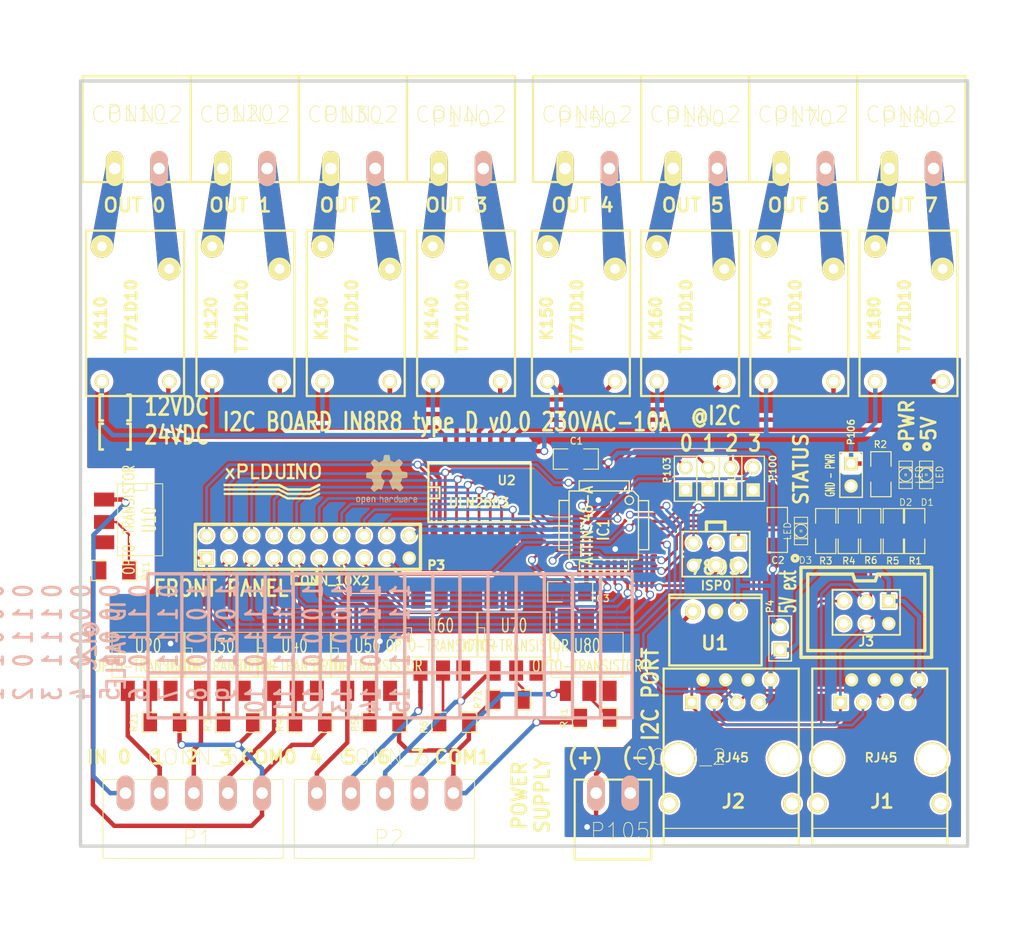
<source format=kicad_pcb>
(kicad_pcb (version 3) (host pcbnew "(2013-mar-13)-testing")
  (title_block (title "4in4out I2C board") (rev 0) (company "XPLDUINO project") (comment 1 "GNU GPL v2") (comment 2 "Domotic Open Source "))
  (layers (15 Dessus signal) (0 Dessous signal) (18 B.Paste user) (19 F.Paste user) (20 B.SilkS user hide) (21 F.SilkS user) (22 B.Mask user) (23 F.Mask user) (28 Edge.Cuts user))
  (net 0 "")
  (net 1 +12V)
  (net 2 +5V)
  (net 3 /230_110_1)
  (net 4 /230_110_2)
  (net 5 /230_120_1)
  (net 6 /230_120_2)
  (net 7 /230_130_1)
  (net 8 /230_130_2)
  (net 9 /230_140_1)
  (net 10 /230_140_2)
  (net 11 /230_150_1)
  (net 12 /230_150_2)
  (net 13 /230_160_1)
  (net 14 /230_160_2)
  (net 15 /230_170_1)
  (net 16 /230_170_2)
  (net 17 /230_180_1)
  (net 18 /230_180_2)
  (net 19 /INT)
  (net 20 5V_EXT)
  (net 21 A0)
  (net 22 A1)
  (net 23 A2)
  (net 24 A3)
  (net 25 CMD0)
  (net 26 CMD1)
  (net 27 CMD2)
  (net 28 CMD3)
  (net 29 CMD4)
  (net 30 CMD5)
  (net 31 CMD6)
  (net 32 CMD7)
  (net 33 COM0)
  (net 34 COM1)
  (net 35 GND)
  (net 36 IN0)
  (net 37 IN1)
  (net 38 IN2)
  (net 39 IN3)
  (net 40 IN4)
  (net 41 IN5)
  (net 42 IN6)
  (net 43 IN7)
  (net 44 LED)
  (net 45 MISO)
  (net 46 MOSI)
  (net 47 N-0000049)
  (net 48 N-0000050)
  (net 49 N-0000051)
  (net 50 N-0000052)
  (net 51 N-0000053)
  (net 52 N-0000054)
  (net 53 N-0000055)
  (net 54 N-0000056)
  (net 55 N-0000057)
  (net 56 N-0000058)
  (net 57 N-0000059)
  (net 58 N-0000060)
  (net 59 N-0000061)
  (net 60 N-0000062)
  (net 61 N-0000063)
  (net 62 N-0000074)
  (net 63 N-0000076)
  (net 64 N-0000077)
  (net 65 N-0000078)
  (net 66 N-0000082)
  (net 67 N-0000083)
  (net 68 N-0000084)
  (net 69 N-0000085)
  (net 70 N-0000086)
  (net 71 N-0000087)
  (net 72 N-0000088)
  (net 73 N-0000089)
  (net 74 N-0000091)
  (net 75 OUT0)
  (net 76 OUT1)
  (net 77 OUT2)
  (net 78 OUT3)
  (net 79 OUT4)
  (net 80 OUT5)
  (net 81 OUT6)
  (net 82 OUT7)
  (net 83 R0)
  (net 84 R1)
  (net 85 R2)
  (net 86 R3)
  (net 87 R4)
  (net 88 R5)
  (net 89 R6)
  (net 90 R7)
  (net 91 RESET)
  (net 92 SCK)
  (net 93 SCL)
  (net 94 SDA)
  (module OSHWLOGO0.3IN (layer Dessus) (at 212.344 112.395)
    (fp_text reference G*** hide)
    (fp_text value LOGO hide)
  )
  (module logo_xplduino (layer Dessus) (at 203.2 116.967)
    (fp_text reference logo_xplduino hide)
    (fp_text value VAL** hide)
  )
  (module SOIC18 (layer Dessus) (at 226.568 117.602)
    (fp_text reference U2 (at 3.1115 -1.397) (layer F.SilkS) (effects (font (size 1.016 1.016) (thickness 0.2032))))
    (fp_text value ULN2803 (at 0 1.143) (layer F.SilkS) (effects (font (size 1.016 1.016) (thickness 0.2032))))
    (pad 1 smd rect (at -5.08 4.7) (size 0.762 2) (layers Dessus F.Paste F.Mask) (net 75 OUT0))
    (pad 2 smd rect (at -3.81 4.699) (size 0.762 2) (layers Dessus F.Paste F.Mask) (net 76 OUT1))
    (pad 3 smd rect (at -2.54 4.699) (size 0.762 2) (layers Dessus F.Paste F.Mask) (net 77 OUT2))
    (pad 4 smd rect (at -1.27 4.699) (size 0.762 2) (layers Dessus F.Paste F.Mask) (net 78 OUT3))
    (pad 5 smd rect (at 0 4.699) (size 0.762 2) (layers Dessus F.Paste F.Mask) (net 79 OUT4))
    (pad 6 smd rect (at 1.27 4.699) (size 0.762 2) (layers Dessus F.Paste F.Mask) (net 80 OUT5))
    (pad 7 smd rect (at 2.54 4.699) (size 0.762 2) (layers Dessus F.Paste F.Mask) (net 81 OUT6))
    (pad 8 smd rect (at 3.81 4.699) (size 0.762 2) (layers Dessus F.Paste F.Mask) (net 82 OUT7))
    (pad 9 smd rect (at 5.08 4.699) (size 0.762 2) (layers Dessus F.Paste F.Mask) (net 35 GND))
    (pad 10 smd rect (at 5.08 -4.699) (size 0.762 2) (layers Dessus F.Paste F.Mask) (net 1 +12V))
    (pad 11 smd rect (at 3.81 -4.699) (size 0.762 2) (layers Dessus F.Paste F.Mask) (net 90 R7))
    (pad 12 smd rect (at 2.54 -4.699) (size 0.762 2) (layers Dessus F.Paste F.Mask) (net 89 R6))
    (pad 18 smd rect (at -5.08 -4.7) (size 0.762 2) (layers Dessus F.Paste F.Mask) (net 83 R0))
    (pad 17 smd rect (at -3.81 -4.699) (size 0.762 2) (layers Dessus F.Paste F.Mask) (net 84 R1))
    (pad 16 smd rect (at -2.54 -4.699) (size 0.762 2) (layers Dessus F.Paste F.Mask) (net 85 R2))
    (pad 15 smd rect (at -1.27 -4.699) (size 0.762 2) (layers Dessus F.Paste F.Mask) (net 86 R3))
    (pad 14 smd rect (at 0 -4.699) (size 0.762 2) (layers Dessus F.Paste F.Mask) (net 87 R4))
    (pad 13 smd rect (at 1.27 -4.699) (size 0.762 2) (layers Dessus F.Paste F.Mask) (net 88 R5))
  )
  (module pin_array_10x2 (layer Dessus) (at 209.804 123.698)
    (fp_text reference P3 (at 11.938 2.0955) (layer F.SilkS) (effects (font (size 1.016 1.016) (thickness 0.27432))))
    (fp_text value CONN_10X2 (at 0 3.81) (layer F.SilkS) (effects (font (size 1.016 1.016) (thickness 0.2032))))
    (pad 1 thru_hole rect (at -13.97 1.27) (size 1.524 1.524) (drill 1.016) (layers *.Cu *.Mask F.SilkS) (net 25 CMD0))
    (pad 2 thru_hole circle (at -13.97 -1.27) (size 1.524 1.524) (drill 1.016) (layers *.Cu *.Mask F.SilkS) (net 75 OUT0))
    (pad 3 thru_hole circle (at -11.43 1.27) (size 1.524 1.524) (drill 1.016) (layers *.Cu *.Mask F.SilkS) (net 26 CMD1))
    (pad 4 thru_hole circle (at -11.43 -1.27) (size 1.524 1.524) (drill 1.016) (layers *.Cu *.Mask F.SilkS) (net 76 OUT1))
    (pad 5 thru_hole circle (at -8.89 1.27) (size 1.524 1.524) (drill 1.016) (layers *.Cu *.Mask F.SilkS) (net 27 CMD2))
    (pad 6 thru_hole circle (at -8.89 -1.27) (size 1.524 1.524) (drill 1.016) (layers *.Cu *.Mask F.SilkS) (net 77 OUT2))
    (pad 7 thru_hole circle (at -6.35 1.27) (size 1.524 1.524) (drill 1.016) (layers *.Cu *.Mask F.SilkS) (net 28 CMD3))
    (pad 8 thru_hole circle (at -6.35 -1.27) (size 1.524 1.524) (drill 1.016) (layers *.Cu *.Mask F.SilkS) (net 78 OUT3))
    (pad 9 thru_hole circle (at -3.81 1.27) (size 1.524 1.524) (drill 1.016) (layers *.Cu *.Mask F.SilkS) (net 29 CMD4))
    (pad 10 thru_hole circle (at -3.81 -1.27) (size 1.524 1.524) (drill 1.016) (layers *.Cu *.Mask F.SilkS) (net 79 OUT4))
    (pad 11 thru_hole circle (at -1.27 1.27) (size 1.524 1.524) (drill 1.016) (layers *.Cu *.Mask F.SilkS) (net 30 CMD5))
    (pad 12 thru_hole circle (at -1.27 -1.27) (size 1.524 1.524) (drill 1.016) (layers *.Cu *.Mask F.SilkS) (net 80 OUT5))
    (pad 13 thru_hole circle (at 1.27 1.27) (size 1.524 1.524) (drill 1.016) (layers *.Cu *.Mask F.SilkS) (net 31 CMD6))
    (pad 14 thru_hole circle (at 1.27 -1.27) (size 1.524 1.524) (drill 1.016) (layers *.Cu *.Mask F.SilkS) (net 81 OUT6))
    (pad 15 thru_hole circle (at 3.81 1.27) (size 1.524 1.524) (drill 1.016) (layers *.Cu *.Mask F.SilkS) (net 32 CMD7))
    (pad 16 thru_hole circle (at 3.81 -1.27) (size 1.524 1.524) (drill 1.016) (layers *.Cu *.Mask F.SilkS) (net 82 OUT7))
    (pad 17 thru_hole circle (at 6.35 1.27) (size 1.524 1.524) (drill 1.016) (layers *.Cu *.Mask F.SilkS) (net 91 RESET))
    (pad 18 thru_hole circle (at 6.35 -1.27) (size 1.524 1.524) (drill 1.016) (layers *.Cu *.Mask F.SilkS) (net 44 LED))
    (pad 19 thru_hole circle (at 8.89 1.27) (size 1.524 1.524) (drill 1.016) (layers *.Cu *.Mask F.SilkS) (net 35 GND))
    (pad 20 thru_hole circle (at 8.89 -1.27) (size 1.524 1.524) (drill 1.016) (layers *.Cu *.Mask F.SilkS) (net 2 +5V))
  )
  (module PIN_ARRAY_2X1 (layer Dessus) (at 260.5405 134.0485 90)
    (fp_text reference P4 (at 3.6195 -1.143 90) (layer F.SilkS) (effects (font (size 0.762 0.762) (thickness 0.1524))))
    (fp_text value CONN_2 hide)
    (pad 1 thru_hole rect (at -1.27 0 90) (size 1.524 1.524) (drill 1.016) (layers *.Cu *.Mask F.SilkS) (net 20 5V_EXT))
    (pad 2 thru_hole circle (at 1.27 0 90) (size 1.524 1.524) (drill 1.016) (layers *.Cu *.Mask F.SilkS) (net 2 +5V))
  )
  (module TQFP32 (layer Dessus) (at 240.665 121.285 270)
    (fp_text reference IC1 (at 0.508 0.0635 270) (layer F.SilkS) (effects (font (size 1.27 1.016) (thickness 0.2032))))
    (fp_text value ATTINY48-A (at 0 1.905 270) (layer F.SilkS) (effects (font (size 1.27 1.016) (thickness 0.2032))))
    (pad 8 smd rect (at -4.81584 2.77622 270) (size 1.99898 0.44958) (layers Dessus F.Paste F.Mask) (net 75 OUT0))
    (pad 7 smd rect (at -4.81584 1.97612 270) (size 1.99898 0.44958) (layers Dessus F.Paste F.Mask) (net 76 OUT1))
    (pad 6 smd rect (at -4.81584 1.17602 270) (size 1.99898 0.44958) (layers Dessus F.Paste F.Mask) (net 24 A3))
    (pad 5 smd rect (at -4.81584 0.37592 270) (size 1.99898 0.44958) (layers Dessus F.Paste F.Mask) (net 35 GND))
    (pad 4 smd rect (at -4.81584 -0.42418 270) (size 1.99898 0.44958) (layers Dessus F.Paste F.Mask) (net 2 +5V))
    (pad 3 smd rect (at -4.81584 -1.22428 270) (size 1.99898 0.44958) (layers Dessus F.Paste F.Mask) (net 23 A2))
    (pad 2 smd rect (at -4.81584 -2.02438 270) (size 1.99898 0.44958) (layers Dessus F.Paste F.Mask) (net 22 A1))
    (pad 1 smd rect (at -4.81584 -2.82448 270) (size 1.99898 0.44958) (layers Dessus F.Paste F.Mask) (net 21 A0))
    (pad 24 smd rect (at 4.7498 -2.8194 270) (size 1.99898 0.44958) (layers Dessus F.Paste F.Mask) (net 28 CMD3))
    (pad 17 smd rect (at 4.7498 2.794 270) (size 1.99898 0.44958) (layers Dessus F.Paste F.Mask) (net 92 SCK))
    (pad 18 smd rect (at 4.7498 1.9812 270) (size 1.99898 0.44958) (layers Dessus F.Paste F.Mask) (net 2 +5V))
    (pad 19 smd rect (at 4.7498 1.1684 270) (size 1.99898 0.44958) (layers Dessus F.Paste F.Mask) (net 32 CMD7))
    (pad 20 smd rect (at 4.7498 0.381 270) (size 1.99898 0.44958) (layers Dessus F.Paste F.Mask) (net 31 CMD6))
    (pad 21 smd rect (at 4.7498 -0.4318 270) (size 1.99898 0.44958) (layers Dessus F.Paste F.Mask) (net 35 GND))
    (pad 22 smd rect (at 4.7498 -1.2192 270) (size 1.99898 0.44958) (layers Dessus F.Paste F.Mask) (net 30 CMD5))
    (pad 23 smd rect (at 4.7498 -2.032 270) (size 1.99898 0.44958) (layers Dessus F.Paste F.Mask) (net 29 CMD4))
    (pad 32 smd rect (at -2.82448 -4.826 270) (size 0.44958 1.99898) (layers Dessus F.Paste F.Mask) (net 44 LED))
    (pad 31 smd rect (at -2.02692 -4.826 270) (size 0.44958 1.99898) (layers Dessus F.Paste F.Mask) (net 19 /INT))
    (pad 30 smd rect (at -1.22428 -4.826 270) (size 0.44958 1.99898) (layers Dessus F.Paste F.Mask) (net 25 CMD0))
    (pad 29 smd rect (at -0.42672 -4.826 270) (size 0.44958 1.99898) (layers Dessus F.Paste F.Mask) (net 91 RESET))
    (pad 28 smd rect (at 0.37592 -4.826 270) (size 0.44958 1.99898) (layers Dessus F.Paste F.Mask) (net 93 SCL))
    (pad 27 smd rect (at 1.17348 -4.826 270) (size 0.44958 1.99898) (layers Dessus F.Paste F.Mask) (net 94 SDA))
    (pad 26 smd rect (at 1.97612 -4.826 270) (size 0.44958 1.99898) (layers Dessus F.Paste F.Mask) (net 26 CMD1))
    (pad 25 smd rect (at 2.77368 -4.826 270) (size 0.44958 1.99898) (layers Dessus F.Paste F.Mask) (net 27 CMD2))
    (pad 9 smd rect (at -2.8194 4.7752 270) (size 0.44958 1.99898) (layers Dessus F.Paste F.Mask) (net 77 OUT2))
    (pad 10 smd rect (at -2.032 4.7752 270) (size 0.44958 1.99898) (layers Dessus F.Paste F.Mask) (net 78 OUT3))
    (pad 11 smd rect (at -1.2192 4.7752 270) (size 0.44958 1.99898) (layers Dessus F.Paste F.Mask) (net 79 OUT4))
    (pad 12 smd rect (at -0.4318 4.7752 270) (size 0.44958 1.99898) (layers Dessus F.Paste F.Mask) (net 80 OUT5))
    (pad 13 smd rect (at 0.3556 4.7752 270) (size 0.44958 1.99898) (layers Dessus F.Paste F.Mask) (net 81 OUT6))
    (pad 14 smd rect (at 1.1684 4.7752 270) (size 0.44958 1.99898) (layers Dessus F.Paste F.Mask) (net 82 OUT7))
    (pad 15 smd rect (at 1.9812 4.7752 270) (size 0.44958 1.99898) (layers Dessus F.Paste F.Mask) (net 46 MOSI))
    (pad 16 smd rect (at 2.794 4.7752 270) (size 0.44958 1.99898) (layers Dessus F.Paste F.Mask) (net 45 MISO))
  )
  (module CMS-6 (layer Dessus) (at 230.505 133.604)
    (fp_text reference U70 (at 0 -1.016) (layer F.SilkS) (effects (font (size 1.524 1.016) (thickness 0.1524))))
    (fp_text value OPTO-TRANSISTOR (at 0 1.27) (layer F.SilkS) (effects (font (size 1.27 0.889) (thickness 0.1524))))
    (pad 1 smd rect (at -2.286 4.064) (size 1.5748 2.286) (layers Dessus F.Paste F.Mask) (net 42 IN6))
    (pad 2 smd rect (at 0.254 4.064) (size 1.5748 2.286) (layers Dessus F.Paste F.Mask) (net 49 N-0000051))
    (pad 3 smd rect (at 2.54 4.064) (size 1.5748 2.286) (layers Dessus F.Paste F.Mask) (net 50 N-0000052))
    (pad 4 smd rect (at 2.54 -4.064) (size 1.5748 2.286) (layers Dessus F.Paste F.Mask) (net 35 GND))
    (pad 5 smd rect (at 0 -4.064) (size 1.5748 2.286) (layers Dessus F.Paste F.Mask) (net 31 CMD6))
    (pad 6 smd rect (at -2.54 -4.064) (size 1.5748 2.286) (layers Dessus F.Paste F.Mask) (net 51 N-0000053))
  )
  (module CMS-6 (layer Dessus) (at 238.76 135.89)
    (fp_text reference U80 (at 0 -1.016) (layer F.SilkS) (effects (font (size 1.524 1.016) (thickness 0.1524))))
    (fp_text value OPTO-TRANSISTOR (at 0 1.27) (layer F.SilkS) (effects (font (size 1.27 0.889) (thickness 0.1524))))
    (pad 1 smd rect (at -2.286 4.064) (size 1.5748 2.286) (layers Dessus F.Paste F.Mask) (net 43 IN7))
    (pad 2 smd rect (at 0.254 4.064) (size 1.5748 2.286) (layers Dessus F.Paste F.Mask) (net 52 N-0000054))
    (pad 3 smd rect (at 2.54 4.064) (size 1.5748 2.286) (layers Dessus F.Paste F.Mask) (net 53 N-0000055))
    (pad 4 smd rect (at 2.54 -4.064) (size 1.5748 2.286) (layers Dessus F.Paste F.Mask) (net 35 GND))
    (pad 5 smd rect (at 0 -4.064) (size 1.5748 2.286) (layers Dessus F.Paste F.Mask) (net 32 CMD7))
    (pad 6 smd rect (at -2.54 -4.064) (size 1.5748 2.286) (layers Dessus F.Paste F.Mask) (net 54 N-0000056))
  )
  (module CMS-6 (layer Dessus) (at 222.25 133.604)
    (fp_text reference U60 (at 0 -1.016) (layer F.SilkS) (effects (font (size 1.524 1.016) (thickness 0.1524))))
    (fp_text value OPTO-TRANSISTOR (at 0 1.27) (layer F.SilkS) (effects (font (size 1.27 0.889) (thickness 0.1524))))
    (pad 1 smd rect (at -2.286 4.064) (size 1.5748 2.286) (layers Dessus F.Paste F.Mask) (net 41 IN5))
    (pad 2 smd rect (at 0.254 4.064) (size 1.5748 2.286) (layers Dessus F.Paste F.Mask) (net 48 N-0000050))
    (pad 3 smd rect (at 2.54 4.064) (size 1.5748 2.286) (layers Dessus F.Paste F.Mask) (net 61 N-0000063))
    (pad 4 smd rect (at 2.54 -4.064) (size 1.5748 2.286) (layers Dessus F.Paste F.Mask) (net 35 GND))
    (pad 5 smd rect (at 0 -4.064) (size 1.5748 2.286) (layers Dessus F.Paste F.Mask) (net 30 CMD5))
    (pad 6 smd rect (at -2.54 -4.064) (size 1.5748 2.286) (layers Dessus F.Paste F.Mask) (net 47 N-0000049))
  )
  (module CMS-6 (layer Dessus) (at 213.995 135.89)
    (fp_text reference U50 (at 0 -1.016) (layer F.SilkS) (effects (font (size 1.524 1.016) (thickness 0.1524))))
    (fp_text value OPTO-TRANSISTOR (at 0 1.27) (layer F.SilkS) (effects (font (size 1.27 0.889) (thickness 0.1524))))
    (pad 1 smd rect (at -2.286 4.064) (size 1.5748 2.286) (layers Dessus F.Paste F.Mask) (net 40 IN4))
    (pad 2 smd rect (at 0.254 4.064) (size 1.5748 2.286) (layers Dessus F.Paste F.Mask) (net 55 N-0000057))
    (pad 3 smd rect (at 2.54 4.064) (size 1.5748 2.286) (layers Dessus F.Paste F.Mask) (net 59 N-0000061))
    (pad 4 smd rect (at 2.54 -4.064) (size 1.5748 2.286) (layers Dessus F.Paste F.Mask) (net 35 GND))
    (pad 5 smd rect (at 0 -4.064) (size 1.5748 2.286) (layers Dessus F.Paste F.Mask) (net 29 CMD4))
    (pad 6 smd rect (at -2.54 -4.064) (size 1.5748 2.286) (layers Dessus F.Paste F.Mask) (net 60 N-0000062))
  )
  (module CMS-6 (layer Dessus) (at 205.74 135.89)
    (fp_text reference U40 (at 0 -1.016) (layer F.SilkS) (effects (font (size 1.524 1.016) (thickness 0.1524))))
    (fp_text value OPTO-TRANSISTOR (at 0 1.27) (layer F.SilkS) (effects (font (size 1.27 0.889) (thickness 0.1524))))
    (pad 1 smd rect (at -2.286 4.064) (size 1.5748 2.286) (layers Dessus F.Paste F.Mask) (net 39 IN3))
    (pad 2 smd rect (at 0.254 4.064) (size 1.5748 2.286) (layers Dessus F.Paste F.Mask) (net 56 N-0000058))
    (pad 3 smd rect (at 2.54 4.064) (size 1.5748 2.286) (layers Dessus F.Paste F.Mask) (net 57 N-0000059))
    (pad 4 smd rect (at 2.54 -4.064) (size 1.5748 2.286) (layers Dessus F.Paste F.Mask) (net 35 GND))
    (pad 5 smd rect (at 0 -4.064) (size 1.5748 2.286) (layers Dessus F.Paste F.Mask) (net 28 CMD3))
    (pad 6 smd rect (at -2.54 -4.064) (size 1.5748 2.286) (layers Dessus F.Paste F.Mask) (net 58 N-0000060))
  )
  (module CMS-6 (layer Dessus) (at 197.485 135.89)
    (fp_text reference U30 (at 0 -1.016) (layer F.SilkS) (effects (font (size 1.524 1.016) (thickness 0.1524))))
    (fp_text value OPTO-TRANSISTOR (at 0 1.27) (layer F.SilkS) (effects (font (size 1.27 0.889) (thickness 0.1524))))
    (pad 1 smd rect (at -2.286 4.064) (size 1.5748 2.286) (layers Dessus F.Paste F.Mask) (net 38 IN2))
    (pad 2 smd rect (at 0.254 4.064) (size 1.5748 2.286) (layers Dessus F.Paste F.Mask) (net 69 N-0000085))
    (pad 3 smd rect (at 2.54 4.064) (size 1.5748 2.286) (layers Dessus F.Paste F.Mask) (net 70 N-0000086))
    (pad 4 smd rect (at 2.54 -4.064) (size 1.5748 2.286) (layers Dessus F.Paste F.Mask) (net 35 GND))
    (pad 5 smd rect (at 0 -4.064) (size 1.5748 2.286) (layers Dessus F.Paste F.Mask) (net 27 CMD2))
    (pad 6 smd rect (at -2.54 -4.064) (size 1.5748 2.286) (layers Dessus F.Paste F.Mask) (net 71 N-0000087))
  )
  (module CMS-6 (layer Dessus) (at 189.23 135.89)
    (fp_text reference U20 (at 0 -1.016) (layer F.SilkS) (effects (font (size 1.524 1.016) (thickness 0.1524))))
    (fp_text value OPTO-TRANSISTOR (at 0 1.27) (layer F.SilkS) (effects (font (size 1.27 0.889) (thickness 0.1524))))
    (pad 1 smd rect (at -2.286 4.064) (size 1.5748 2.286) (layers Dessus F.Paste F.Mask) (net 37 IN1))
    (pad 2 smd rect (at 0.254 4.064) (size 1.5748 2.286) (layers Dessus F.Paste F.Mask) (net 66 N-0000082))
    (pad 3 smd rect (at 2.54 4.064) (size 1.5748 2.286) (layers Dessus F.Paste F.Mask) (net 67 N-0000083))
    (pad 4 smd rect (at 2.54 -4.064) (size 1.5748 2.286) (layers Dessus F.Paste F.Mask) (net 35 GND))
    (pad 5 smd rect (at 0 -4.064) (size 1.5748 2.286) (layers Dessus F.Paste F.Mask) (net 26 CMD1))
    (pad 6 smd rect (at -2.54 -4.064) (size 1.5748 2.286) (layers Dessus F.Paste F.Mask) (net 68 N-0000084))
  )
  (module MOL_CONN_5_MINI (layer Dessus) (at 208.28 151.5)
    (fp_text reference P2 (at 8.128 5.08) (layer F.SilkS) (effects (font (size 1.778 1.778) (thickness 0.0889))))
    (fp_text value CONN_5 (at 7.62 -4.064) (layer F.SilkS) (effects (font (size 1.778 1.778) (thickness 0.0889))))
    (pad 1 thru_hole oval (at 0 0) (size 1.9812 3.9624) (drill 1.3208) (layers *.Cu *.SilkS *.Mask F.Paste) (net 40 IN4))
    (pad 2 thru_hole oval (at 3.85 0) (size 1.9812 3.9624) (drill 1.3208) (layers *.Cu *.SilkS *.Mask F.Paste) (net 41 IN5))
    (pad 3 thru_hole oval (at 7.7 0) (size 1.9812 3.9624) (drill 1.3208) (layers *.Cu *.SilkS *.Mask F.Paste) (net 42 IN6))
    (pad 4 thru_hole oval (at 11.55 0) (size 1.9812 3.9624) (drill 1.3208) (layers *.Cu *.SilkS *.Mask F.Paste) (net 43 IN7))
    (pad 5 thru_hole oval (at 15.4 0) (size 1.9812 3.9624) (drill 1.3208) (layers *.Cu *.SilkS *.Mask F.Paste) (net 34 COM1))
  )
  (module MOL_CONN_5_MINI (layer Dessus) (at 186.69 151.5)
    (fp_text reference P1 (at 8.128 5.08) (layer F.SilkS) (effects (font (size 1.778 1.778) (thickness 0.0889))))
    (fp_text value CONN_5 (at 7.62 -4.064) (layer F.SilkS) (effects (font (size 1.778 1.778) (thickness 0.0889))))
    (pad 1 thru_hole oval (at 0 0) (size 1.9812 3.9624) (drill 1.3208) (layers *.Cu *.SilkS *.Mask F.Paste) (net 36 IN0))
    (pad 2 thru_hole oval (at 3.85 0) (size 1.9812 3.9624) (drill 1.3208) (layers *.Cu *.SilkS *.Mask F.Paste) (net 37 IN1))
    (pad 3 thru_hole oval (at 7.7 0) (size 1.9812 3.9624) (drill 1.3208) (layers *.Cu *.SilkS *.Mask F.Paste) (net 38 IN2))
    (pad 4 thru_hole oval (at 11.55 0) (size 1.9812 3.9624) (drill 1.3208) (layers *.Cu *.SilkS *.Mask F.Paste) (net 39 IN3))
    (pad 5 thru_hole oval (at 15.4 0) (size 1.9812 3.9624) (drill 1.3208) (layers *.Cu *.SilkS *.Mask F.Paste) (net 33 COM0))
  )
  (module HE10-6 (layer Dessus) (at 270.256 131.096 180)
    (fp_text reference J3 (at 0 -3.302 180) (layer F.SilkS) (effects (font (size 1.016 1.016) (thickness 0.2032))))
    (fp_text value CONN_6 hide)
    (pad 1 thru_hole rect (at -2.54 1.27 180) (size 1.524 1.524) (drill 1.016) (layers *.Cu *.Mask F.SilkS) (net 20 5V_EXT))
    (pad 2 thru_hole circle (at -2.54 -1.27 180) (size 1.524 1.524) (drill 1.016) (layers *.Cu *.Mask F.SilkS) (net 35 GND))
    (pad 3 thru_hole circle (at 0 1.27 180) (size 1.524 1.524) (drill 1.016) (layers *.Cu *.Mask F.SilkS) (net 93 SCL))
    (pad 4 thru_hole circle (at 0 -1.27 180) (size 1.524 1.524) (drill 1.016) (layers *.Cu *.Mask F.SilkS) (net 94 SDA))
    (pad 5 thru_hole circle (at 2.54 1.27 180) (size 1.524 1.524) (drill 1.016) (layers *.Cu *.Mask F.SilkS) (net 19 /INT))
    (pad 6 thru_hole circle (at 2.54 -1.27 180) (size 1.524 1.524) (drill 1.016) (layers *.Cu *.Mask F.SilkS) (net 74 N-0000091))
  )
  (module LED-1206 (layer Dessus) (at 277.0124 115.57 90)
    (fp_text reference D1 (at -3.1115 0.127 180) (layer F.SilkS) (effects (font (size 0.762 0.762) (thickness 0.0889))))
    (fp_text value LED (at 0 1.524 90) (layer F.SilkS) (effects (font (size 0.762 0.762) (thickness 0.0889))))
    (pad 1 smd rect (at -1.41986 0 90) (size 1.59766 1.80086) (layers Dessus F.Paste F.Mask) (net 73 N-0000089))
    (pad 2 smd rect (at 1.41986 0 90) (size 1.59766 1.80086) (layers Dessus F.Paste F.Mask) (net 35 GND))
  )
  (module LED-1206 (layer Dessus) (at 274.701 115.57 90)
    (fp_text reference D2 (at -3.1115 0 180) (layer F.SilkS) (effects (font (size 0.762 0.762) (thickness 0.0889))))
    (fp_text value LED (at 0 1.524 90) (layer F.SilkS) (effects (font (size 0.762 0.762) (thickness 0.0889))))
    (pad 1 smd rect (at -1.41986 0 90) (size 1.59766 1.80086) (layers Dessus F.Paste F.Mask) (net 72 N-0000088))
    (pad 2 smd rect (at 1.41986 0 90) (size 1.59766 1.80086) (layers Dessus F.Paste F.Mask) (net 35 GND))
  )
  (module LED-1206 (layer Dessus) (at 262.89 121.92 270)
    (fp_text reference D3 (at 3.302 -0.508 360) (layer F.SilkS) (effects (font (size 0.762 0.762) (thickness 0.0889))))
    (fp_text value LED (at 0 1.524 270) (layer F.SilkS) (effects (font (size 0.762 0.762) (thickness 0.0889))))
    (pad 1 smd rect (at -1.41986 0 270) (size 1.59766 1.80086) (layers Dessus F.Paste F.Mask) (net 44 LED))
    (pad 2 smd rect (at 1.41986 0 270) (size 1.59766 1.80086) (layers Dessus F.Paste F.Mask) (net 62 N-0000074))
  )
  (module PIN_ARRAY_2X1 (layer Dessus) (at 257.4925 116.0145 90)
    (fp_text reference P100 (at 1.2065 2.2225 90) (layer F.SilkS) (effects (font (size 0.762 0.762) (thickness 0.1524))))
    (fp_text value CONN_2 hide)
    (pad 1 thru_hole rect (at -1.27 0 90) (size 1.524 1.524) (drill 1.016) (layers *.Cu *.Mask F.SilkS) (net 35 GND))
    (pad 2 thru_hole circle (at 1.27 0 90) (size 1.524 1.524) (drill 1.016) (layers *.Cu *.Mask F.SilkS) (net 24 A3))
  )
  (module PIN_ARRAY_2X1 (layer Dessus) (at 254.9525 116.0145 90)
    (fp_text reference P101 (at 0.254 0.127 90) (layer F.SilkS) (effects (font (size 0.762 0.762) (thickness 0.1524))))
    (fp_text value CONN_2 hide)
    (pad 1 thru_hole rect (at -1.27 0 90) (size 1.524 1.524) (drill 1.016) (layers *.Cu *.Mask F.SilkS) (net 35 GND))
    (pad 2 thru_hole circle (at 1.27 0 90) (size 1.524 1.524) (drill 1.016) (layers *.Cu *.Mask F.SilkS) (net 23 A2))
  )
  (module PIN_ARRAY_2X1 (layer Dessus) (at 249.8725 116.0145 90)
    (fp_text reference P103 (at 0.9525 -2.0955 90) (layer F.SilkS) (effects (font (size 0.762 0.762) (thickness 0.1524))))
    (fp_text value CONN_2 hide)
    (pad 1 thru_hole rect (at -1.27 0 90) (size 1.524 1.524) (drill 1.016) (layers *.Cu *.Mask F.SilkS) (net 35 GND))
    (pad 2 thru_hole circle (at 1.27 0 90) (size 1.524 1.524) (drill 1.016) (layers *.Cu *.Mask F.SilkS) (net 21 A0))
  )
  (module PIN_ARRAY_2X1 (layer Dessus) (at 268.5415 115.57 270)
    (fp_text reference P106 (at -4.826 0 270) (layer F.SilkS) (effects (font (size 0.762 0.762) (thickness 0.1524))))
    (fp_text value CONN_2 hide)
    (pad 1 thru_hole rect (at -1.27 0 270) (size 1.524 1.524) (drill 1.016) (layers *.Cu *.Mask F.SilkS) (net 1 +12V))
    (pad 2 thru_hole circle (at 1.27 0 270) (size 1.524 1.524) (drill 1.016) (layers *.Cu *.Mask F.SilkS) (net 35 GND))
  )
  (module PIN_ARRAY_2X1 (layer Dessus) (at 252.4125 116.0145 90)
    (fp_text reference P102 (at 0 0.127 90) (layer F.SilkS) (effects (font (size 0.762 0.762) (thickness 0.1524))))
    (fp_text value CONN_2 hide)
    (pad 1 thru_hole rect (at -1.27 0 90) (size 1.524 1.524) (drill 1.016) (layers *.Cu *.Mask F.SilkS) (net 35 GND))
    (pad 2 thru_hole circle (at 1.27 0 90) (size 1.524 1.524) (drill 1.016) (layers *.Cu *.Mask F.SilkS) (net 22 A1))
  )
  (module SM1206 (layer Dessus) (at 215.9 143.51)
    (fp_text reference R51 (at -3.302 0 90) (layer F.SilkS) (effects (font (size 0.762 0.762) (thickness 0.127))))
    (fp_text value 2KR hide)
    (pad 1 smd rect (at -1.651 0) (size 1.524 2.032) (layers Dessus F.Paste F.Mask) (net 55 N-0000057))
    (pad 2 smd rect (at 1.651 0) (size 1.524 2.032) (layers Dessus F.Paste F.Mask) (net 34 COM1))
  )
  (module SM1206 (layer Dessus) (at 268.224 121.92 90)
    (fp_text reference R4 (at -3.3655 0.0635 360) (layer F.SilkS) (effects (font (size 0.762 0.762) (thickness 0.127))))
    (fp_text value 10KR hide)
    (pad 1 smd rect (at -1.651 0 90) (size 1.524 2.032) (layers Dessus F.Paste F.Mask) (net 2 +5V))
    (pad 2 smd rect (at 1.651 0 90) (size 1.524 2.032) (layers Dessus F.Paste F.Mask) (net 91 RESET))
  )
  (module SM1206 (layer Dessus) (at 265.684 121.92 90)
    (fp_text reference R3 (at -3.3655 0 180) (layer F.SilkS) (effects (font (size 0.762 0.762) (thickness 0.127))))
    (fp_text value 2KR hide)
    (pad 1 smd rect (at -1.651 0 90) (size 1.524 2.032) (layers Dessus F.Paste F.Mask) (net 62 N-0000074))
    (pad 2 smd rect (at 1.651 0 90) (size 1.524 2.032) (layers Dessus F.Paste F.Mask) (net 35 GND))
  )
  (module SM1206 (layer Dessus) (at 260.223 121.793 90)
    (fp_text reference C2 (at -3.429 0.0635 180) (layer F.SilkS) (effects (font (size 0.762 0.762) (thickness 0.127))))
    (fp_text value 0.1uF hide)
    (pad 1 smd rect (at -1.651 0 90) (size 1.524 2.032) (layers Dessus F.Paste F.Mask) (net 2 +5V))
    (pad 2 smd rect (at 1.651 0 90) (size 1.524 2.032) (layers Dessus F.Paste F.Mask) (net 35 GND))
  )
  (module SM1206 (layer Dessus) (at 237.49 113.792 180)
    (fp_text reference C1 (at -0.0635 2.032 180) (layer F.SilkS) (effects (font (size 0.762 0.762) (thickness 0.127))))
    (fp_text value 0.1uF hide)
    (pad 1 smd rect (at -1.651 0 180) (size 1.524 2.032) (layers Dessus F.Paste F.Mask) (net 2 +5V))
    (pad 2 smd rect (at 1.651 0 180) (size 1.524 2.032) (layers Dessus F.Paste F.Mask) (net 35 GND))
  )
  (module SM1206 (layer Dessus) (at 271.907 115.5065 270)
    (fp_text reference R2 (at -3.3655 0.0635 360) (layer F.SilkS) (effects (font (size 0.762 0.762) (thickness 0.127))))
    (fp_text value 4.7KR hide)
    (pad 1 smd rect (at -1.651 0 270) (size 1.524 2.032) (layers Dessus F.Paste F.Mask) (net 1 +12V))
    (pad 2 smd rect (at 1.651 0 270) (size 1.524 2.032) (layers Dessus F.Paste F.Mask) (net 72 N-0000088))
  )
  (module SM1206 (layer Dessus) (at 199.39 143.51)
    (fp_text reference R31 (at -3.429 -0.0635 90) (layer F.SilkS) (effects (font (size 0.762 0.762) (thickness 0.127))))
    (fp_text value 2KR hide)
    (pad 1 smd rect (at -1.651 0) (size 1.524 2.032) (layers Dessus F.Paste F.Mask) (net 69 N-0000085))
    (pad 2 smd rect (at 1.651 0) (size 1.524 2.032) (layers Dessus F.Paste F.Mask) (net 33 COM0))
  )
  (module SM1206 (layer Dessus) (at 275.717 121.92 90)
    (fp_text reference R1 (at -3.3655 0.0635 180) (layer F.SilkS) (effects (font (size 0.762 0.762) (thickness 0.127))))
    (fp_text value 2KR hide)
    (pad 1 smd rect (at -1.651 0 90) (size 1.524 2.032) (layers Dessus F.Paste F.Mask) (net 2 +5V))
    (pad 2 smd rect (at 1.651 0 90) (size 1.524 2.032) (layers Dessus F.Paste F.Mask) (net 73 N-0000089))
  )
  (module SM1206 (layer Dessus) (at 191.135 143.51)
    (fp_text reference R21 (at -3.4925 0 90) (layer F.SilkS) (effects (font (size 0.762 0.762) (thickness 0.127))))
    (fp_text value 2KR hide)
    (pad 1 smd rect (at -1.651 0) (size 1.524 2.032) (layers Dessus F.Paste F.Mask) (net 66 N-0000082))
    (pad 2 smd rect (at 1.651 0) (size 1.524 2.032) (layers Dessus F.Paste F.Mask) (net 33 COM0))
  )
  (module SM1206 (layer Dessus) (at 207.518 143.51)
    (fp_text reference R41 (at -3.429 0 90) (layer F.SilkS) (effects (font (size 0.762 0.762) (thickness 0.127))))
    (fp_text value 2KR hide)
    (pad 1 smd rect (at -1.651 0) (size 1.524 2.032) (layers Dessus F.Paste F.Mask) (net 56 N-0000058))
    (pad 2 smd rect (at 1.651 0) (size 1.524 2.032) (layers Dessus F.Paste F.Mask) (net 33 COM0))
  )
  (module SM1206 (layer Dessus) (at 239.649 143.002 180)
    (fp_text reference R81 (at 3.4925 0 270) (layer F.SilkS) (effects (font (size 0.762 0.762) (thickness 0.127))))
    (fp_text value 2KR hide)
    (pad 1 smd rect (at -1.651 0 180) (size 1.524 2.032) (layers Dessus F.Paste F.Mask) (net 52 N-0000054))
    (pad 2 smd rect (at 1.651 0 180) (size 1.524 2.032) (layers Dessus F.Paste F.Mask) (net 34 COM1))
  )
  (module SM1206 (layer Dessus) (at 223.774 143.51)
    (fp_text reference R61 (at -3.429 0.1905 90) (layer F.SilkS) (effects (font (size 0.762 0.762) (thickness 0.127))))
    (fp_text value 2KR hide)
    (pad 1 smd rect (at -1.651 0) (size 1.524 2.032) (layers Dessus F.Paste F.Mask) (net 48 N-0000050))
    (pad 2 smd rect (at 1.651 0) (size 1.524 2.032) (layers Dessus F.Paste F.Mask) (net 34 COM1))
  )
  (module SM1206 (layer Dessus) (at 229.87 140.97 180)
    (fp_text reference R71 (at 3.429 0.0635 270) (layer F.SilkS) (effects (font (size 0.762 0.762) (thickness 0.127))))
    (fp_text value 2KR hide)
    (pad 1 smd rect (at -1.651 0 180) (size 1.524 2.032) (layers Dessus F.Paste F.Mask) (net 49 N-0000051))
    (pad 2 smd rect (at 1.651 0 180) (size 1.524 2.032) (layers Dessus F.Paste F.Mask) (net 34 COM1))
  )
  (module pin_array_3x2 (layer Dessus) (at 253.3015 124.5235 180)
    (fp_text reference ISP0 (at 0 -3.556 180) (layer F.SilkS) (effects (font (size 1.016 1.016) (thickness 0.2032))))
    (fp_text value CONN_3X2 hide)
    (pad 1 thru_hole rect (at -2.54 1.27 180) (size 1.524 1.524) (drill 1.016) (layers *.Cu *.Mask F.SilkS) (net 45 MISO))
    (pad 2 thru_hole circle (at -2.54 -1.27 180) (size 1.524 1.524) (drill 1.016) (layers *.Cu *.Mask F.SilkS) (net 2 +5V))
    (pad 3 thru_hole circle (at 0 1.27 180) (size 1.524 1.524) (drill 1.016) (layers *.Cu *.Mask F.SilkS) (net 92 SCK))
    (pad 4 thru_hole circle (at 0 -1.27 180) (size 1.524 1.524) (drill 1.016) (layers *.Cu *.Mask F.SilkS) (net 46 MOSI))
    (pad 5 thru_hole circle (at 2.54 1.27 180) (size 1.524 1.524) (drill 1.016) (layers *.Cu *.Mask F.SilkS) (net 91 RESET))
    (pad 6 thru_hole circle (at 2.54 -1.27 180) (size 1.524 1.524) (drill 1.016) (layers *.Cu *.Mask F.SilkS) (net 35 GND))
  )
  (module CMS-6 (layer Dessus) (at 188.341 120.65 270)
    (fp_text reference U10 (at 0 -1.016 270) (layer F.SilkS) (effects (font (size 1.524 1.016) (thickness 0.1524))))
    (fp_text value OPTO-TRANSISTOR (at 0 1.27 270) (layer F.SilkS) (effects (font (size 1.27 0.889) (thickness 0.1524))))
    (pad 1 smd rect (at -2.286 4.064 270) (size 1.5748 2.286) (layers Dessus F.Paste F.Mask) (net 36 IN0))
    (pad 2 smd rect (at 0.254 4.064 270) (size 1.5748 2.286) (layers Dessus F.Paste F.Mask) (net 63 N-0000076))
    (pad 3 smd rect (at 2.54 4.064 270) (size 1.5748 2.286) (layers Dessus F.Paste F.Mask) (net 64 N-0000077))
    (pad 4 smd rect (at 2.54 -4.064 270) (size 1.5748 2.286) (layers Dessus F.Paste F.Mask) (net 35 GND))
    (pad 5 smd rect (at 0 -4.064 270) (size 1.5748 2.286) (layers Dessus F.Paste F.Mask) (net 25 CMD0))
    (pad 6 smd rect (at -2.54 -4.064 270) (size 1.5748 2.286) (layers Dessus F.Paste F.Mask) (net 65 N-0000078))
  )
  (module SM1206 (layer Dessus) (at 185.42 126.365 180)
    (fp_text reference R11 (at -3.556 -0.0635 270) (layer F.SilkS) (effects (font (size 0.762 0.762) (thickness 0.127))))
    (fp_text value 2KR hide)
    (pad 1 smd rect (at -1.651 0 180) (size 1.524 2.032) (layers Dessus F.Paste F.Mask) (net 63 N-0000076))
    (pad 2 smd rect (at 1.651 0 180) (size 1.524 2.032) (layers Dessus F.Paste F.Mask) (net 33 COM0))
  )
  (module SM1206 (layer Dessus) (at 273.304 121.92 270)
    (fp_text reference R5 (at 3.3655 0.0635 360) (layer F.SilkS) (effects (font (size 0.762 0.762) (thickness 0.127))))
    (fp_text value 10KR hide)
    (pad 1 smd rect (at -1.651 0 270) (size 1.524 2.032) (layers Dessus F.Paste F.Mask) (net 2 +5V))
    (pad 2 smd rect (at 1.651 0 270) (size 1.524 2.032) (layers Dessus F.Paste F.Mask) (net 94 SDA))
  )
  (module SM1206 (layer Dessus) (at 270.764 121.92 270)
    (fp_text reference R6 (at 3.302 0 360) (layer F.SilkS) (effects (font (size 0.762 0.762) (thickness 0.127))))
    (fp_text value 10KR hide)
    (pad 1 smd rect (at -1.651 0 270) (size 1.524 2.032) (layers Dessus F.Paste F.Mask) (net 2 +5V))
    (pad 2 smd rect (at 1.651 0 270) (size 1.524 2.032) (layers Dessus F.Paste F.Mask) (net 93 SCL))
  )
  (module MOL_CONN_2_MINI (layer Dessus) (at 241.681 151.5)
    (fp_text reference P105 (at 0.8255 4.2655) (layer F.SilkS) (effects (font (size 1.778 1.778) (thickness 0.0889))))
    (fp_text value CONN_2 (at 7.62 -4.064) (layer F.SilkS) (effects (font (size 1.778 1.778) (thickness 0.0889))))
    (pad 1 thru_hole oval (at -1.905 0) (size 1.9812 3.9624) (drill 1.3208) (layers *.Cu *.SilkS *.Mask F.Paste) (net 1 +12V))
    (pad 2 thru_hole oval (at 1.945 0) (size 1.9812 3.9624) (drill 1.3208) (layers *.Cu *.SilkS *.Mask F.Paste) (net 35 GND))
  )
  (module SM1206 (layer Dessus) (at 236.855 128.778 180)
    (fp_text reference C3 (at -3.683 -0.762 360) (layer F.SilkS) (effects (font (size 0.762 0.762) (thickness 0.127))))
    (fp_text value 4.7uF hide)
    (pad 1 smd rect (at -1.651 0 180) (size 1.524 2.032) (layers Dessus F.Paste F.Mask) (net 2 +5V))
    (pad 2 smd rect (at 1.651 0 180) (size 1.524 2.032) (layers Dessus F.Paste F.Mask) (net 35 GND))
  )
  (module T771D10 (layer Dessus) (at 184.023 105.029 90)
    (fp_text reference K110 (at 7.112 -0.127 90) (layer F.SilkS) (effects (font (size 1.27 1.27) (thickness 0.3175))))
    (fp_text value T771D10 (at 7.366 3.302 90) (layer F.SilkS) (effects (font (size 1.27 1.27) (thickness 0.3175))))
    (pad 1 thru_hole circle (at 0 0 90) (size 1.6002 1.6002) (drill 1.09982) (layers *.Cu *.Mask F.SilkS) (net 1 +12V))
    (pad 2 thru_hole circle (at 0 7.6 90) (size 1.6002 1.6002) (drill 1.09982) (layers *.Cu *.Mask F.SilkS) (net 83 R0))
    (pad 3 thru_hole circle (at 12.7 7.6 90) (size 2.54 2.54) (drill 1.09982) (layers *.Cu *.Mask F.SilkS) (net 3 /230_110_1))
    (pad 4 thru_hole circle (at 15.24 0 90) (size 2.54 2.54) (drill 1.09982) (layers *.Cu *.Mask F.SilkS) (net 4 /230_110_2))
  )
  (module T771D10 (layer Dessus) (at 196.469 105.029 90)
    (fp_text reference K120 (at 7.112 -0.127 90) (layer F.SilkS) (effects (font (size 1.27 1.27) (thickness 0.3175))))
    (fp_text value T771D10 (at 7.366 3.302 90) (layer F.SilkS) (effects (font (size 1.27 1.27) (thickness 0.3175))))
    (pad 1 thru_hole circle (at 0 0 90) (size 1.6002 1.6002) (drill 1.09982) (layers *.Cu *.Mask F.SilkS) (net 1 +12V))
    (pad 2 thru_hole circle (at 0 7.6 90) (size 1.6002 1.6002) (drill 1.09982) (layers *.Cu *.Mask F.SilkS) (net 84 R1))
    (pad 3 thru_hole circle (at 12.7 7.6 90) (size 2.54 2.54) (drill 1.09982) (layers *.Cu *.Mask F.SilkS) (net 5 /230_120_1))
    (pad 4 thru_hole circle (at 15.24 0 90) (size 2.54 2.54) (drill 1.09982) (layers *.Cu *.Mask F.SilkS) (net 6 /230_120_2))
  )
  (module T771D10 (layer Dessus) (at 208.915 105.029 90)
    (fp_text reference K130 (at 7.112 -0.127 90) (layer F.SilkS) (effects (font (size 1.27 1.27) (thickness 0.3175))))
    (fp_text value T771D10 (at 7.366 3.302 90) (layer F.SilkS) (effects (font (size 1.27 1.27) (thickness 0.3175))))
    (pad 1 thru_hole circle (at 0 0 90) (size 1.6002 1.6002) (drill 1.09982) (layers *.Cu *.Mask F.SilkS) (net 1 +12V))
    (pad 2 thru_hole circle (at 0 7.6 90) (size 1.6002 1.6002) (drill 1.09982) (layers *.Cu *.Mask F.SilkS) (net 85 R2))
    (pad 3 thru_hole circle (at 12.7 7.6 90) (size 2.54 2.54) (drill 1.09982) (layers *.Cu *.Mask F.SilkS) (net 7 /230_130_1))
    (pad 4 thru_hole circle (at 15.24 0 90) (size 2.54 2.54) (drill 1.09982) (layers *.Cu *.Mask F.SilkS) (net 8 /230_130_2))
  )
  (module T771D10 (layer Dessus) (at 221.361 105.029 90)
    (fp_text reference K140 (at 7.112 -0.127 90) (layer F.SilkS) (effects (font (size 1.27 1.27) (thickness 0.3175))))
    (fp_text value T771D10 (at 7.366 3.302 90) (layer F.SilkS) (effects (font (size 1.27 1.27) (thickness 0.3175))))
    (pad 1 thru_hole circle (at 0 0 90) (size 1.6002 1.6002) (drill 1.09982) (layers *.Cu *.Mask F.SilkS) (net 1 +12V))
    (pad 2 thru_hole circle (at 0 7.6 90) (size 1.6002 1.6002) (drill 1.09982) (layers *.Cu *.Mask F.SilkS) (net 86 R3))
    (pad 3 thru_hole circle (at 12.7 7.6 90) (size 2.54 2.54) (drill 1.09982) (layers *.Cu *.Mask F.SilkS) (net 9 /230_140_1))
    (pad 4 thru_hole circle (at 15.24 0 90) (size 2.54 2.54) (drill 1.09982) (layers *.Cu *.Mask F.SilkS) (net 10 /230_140_2))
  )
  (module MOL_CONN_2_H (layer Dessus) (at 187.96 81 180)
    (fp_text reference P110 (at 0 6.2605 180) (layer F.SilkS) (effects (font (size 1.778 1.778) (thickness 0.0889))))
    (fp_text value CONN_2 (at 0 6.096 180) (layer F.SilkS) (effects (font (size 1.778 1.778) (thickness 0.0889))))
    (pad 1 thru_hole oval (at -2.5146 0 180) (size 1.9812 3.9624) (drill 1.3208) (layers *.Cu *.SilkS *.Mask F.Paste) (net 3 /230_110_1))
    (pad 2 thru_hole oval (at 2.4892 0 180) (size 1.9812 3.9624) (drill 1.3208) (layers *.Cu *.Mask F.Paste F.SilkS) (net 4 /230_110_2))
  )
  (module MOL_CONN_2_H (layer Dessus) (at 200.152 81 180)
    (fp_text reference P120 (at 0.0635 6.197 180) (layer F.SilkS) (effects (font (size 1.778 1.778) (thickness 0.0889))))
    (fp_text value CONN_2 (at 0 6.096 180) (layer F.SilkS) (effects (font (size 1.778 1.778) (thickness 0.0889))))
    (pad 1 thru_hole oval (at -2.5146 0 180) (size 1.9812 3.9624) (drill 1.3208) (layers *.Cu *.SilkS *.Mask F.Paste) (net 5 /230_120_1))
    (pad 2 thru_hole oval (at 2.4892 0 180) (size 1.9812 3.9624) (drill 1.3208) (layers *.Cu *.Mask F.Paste F.SilkS) (net 6 /230_120_2))
  )
  (module MOL_CONN_2_H (layer Dessus) (at 212.344 81 180)
    (fp_text reference P130 (at 0 6.07 180) (layer F.SilkS) (effects (font (size 1.778 1.778) (thickness 0.0889))))
    (fp_text value CONN_2 (at 0 6.096 180) (layer F.SilkS) (effects (font (size 1.778 1.778) (thickness 0.0889))))
    (pad 1 thru_hole oval (at -2.5146 0 180) (size 1.9812 3.9624) (drill 1.3208) (layers *.Cu *.SilkS *.Mask F.Paste) (net 7 /230_130_1))
    (pad 2 thru_hole oval (at 2.4892 0 180) (size 1.9812 3.9624) (drill 1.3208) (layers *.Cu *.Mask F.Paste F.SilkS) (net 8 /230_130_2))
  )
  (module MOL_CONN_2_H (layer Dessus) (at 224.536 81 180)
    (fp_text reference P140 (at 0 5.6255 180) (layer F.SilkS) (effects (font (size 1.778 1.778) (thickness 0.0889))))
    (fp_text value CONN_2 (at 0 6.096 180) (layer F.SilkS) (effects (font (size 1.778 1.778) (thickness 0.0889))))
    (pad 1 thru_hole oval (at -2.5146 0 180) (size 1.9812 3.9624) (drill 1.3208) (layers *.Cu *.SilkS *.Mask F.Paste) (net 9 /230_140_1))
    (pad 2 thru_hole oval (at 2.4892 0 180) (size 1.9812 3.9624) (drill 1.3208) (layers *.Cu *.Mask F.Paste F.SilkS) (net 10 /230_140_2))
  )
  (module MOL_CONN_2_H (layer Dessus) (at 238.76 81 180)
    (fp_text reference P150 (at 0 5.4985 180) (layer F.SilkS) (effects (font (size 1.778 1.778) (thickness 0.0889))))
    (fp_text value CONN_2 (at 0 6.096 180) (layer F.SilkS) (effects (font (size 1.778 1.778) (thickness 0.0889))))
    (pad 1 thru_hole oval (at -2.5146 0 180) (size 1.9812 3.9624) (drill 1.3208) (layers *.Cu *.SilkS *.Mask F.Paste) (net 11 /230_150_1))
    (pad 2 thru_hole oval (at 2.4892 0 180) (size 1.9812 3.9624) (drill 1.3208) (layers *.Cu *.Mask F.Paste F.SilkS) (net 12 /230_150_2))
  )
  (module MOL_CONN_2_H (layer Dessus) (at 250.952 81 180)
    (fp_text reference P160 (at 0 5.6255 180) (layer F.SilkS) (effects (font (size 1.778 1.778) (thickness 0.0889))))
    (fp_text value CONN_2 (at 0 6.096 180) (layer F.SilkS) (effects (font (size 1.778 1.778) (thickness 0.0889))))
    (pad 1 thru_hole oval (at -2.5146 0 180) (size 1.9812 3.9624) (drill 1.3208) (layers *.Cu *.SilkS *.Mask F.Paste) (net 13 /230_160_1))
    (pad 2 thru_hole oval (at 2.4892 0 180) (size 1.9812 3.9624) (drill 1.3208) (layers *.Cu *.Mask F.Paste F.SilkS) (net 14 /230_160_2))
  )
  (module MOL_CONN_2_H (layer Dessus) (at 263.144 81 180)
    (fp_text reference P170 (at 0 5.6255 180) (layer F.SilkS) (effects (font (size 1.778 1.778) (thickness 0.0889))))
    (fp_text value CONN_2 (at 0 6.096 180) (layer F.SilkS) (effects (font (size 1.778 1.778) (thickness 0.0889))))
    (pad 1 thru_hole oval (at -2.5146 0 180) (size 1.9812 3.9624) (drill 1.3208) (layers *.Cu *.SilkS *.Mask F.Paste) (net 15 /230_170_1))
    (pad 2 thru_hole oval (at 2.4892 0 180) (size 1.9812 3.9624) (drill 1.3208) (layers *.Cu *.Mask F.Paste F.SilkS) (net 16 /230_170_2))
  )
  (module MOL_CONN_2_H (layer Dessus) (at 275.336 81 180)
    (fp_text reference P180 (at 0 5.562 180) (layer F.SilkS) (effects (font (size 1.778 1.778) (thickness 0.0889))))
    (fp_text value CONN_2 (at 0 6.096 180) (layer F.SilkS) (effects (font (size 1.778 1.778) (thickness 0.0889))))
    (pad 1 thru_hole oval (at -2.5146 0 180) (size 1.9812 3.9624) (drill 1.3208) (layers *.Cu *.SilkS *.Mask F.Paste) (net 17 /230_180_1))
    (pad 2 thru_hole oval (at 2.4892 0 180) (size 1.9812 3.9624) (drill 1.3208) (layers *.Cu *.Mask F.Paste F.SilkS) (net 18 /230_180_2))
  )
  (module T771D10 (layer Dessus) (at 271.272 105.029 90)
    (fp_text reference K180 (at 7.112 -0.127 90) (layer F.SilkS) (effects (font (size 1.27 1.27) (thickness 0.3175))))
    (fp_text value T771D10 (at 7.366 3.302 90) (layer F.SilkS) (effects (font (size 1.27 1.27) (thickness 0.3175))))
    (pad 1 thru_hole circle (at 0 0 90) (size 1.6002 1.6002) (drill 1.09982) (layers *.Cu *.Mask F.SilkS) (net 1 +12V))
    (pad 2 thru_hole circle (at 0 7.6 90) (size 1.6002 1.6002) (drill 1.09982) (layers *.Cu *.Mask F.SilkS) (net 90 R7))
    (pad 3 thru_hole circle (at 12.7 7.6 90) (size 2.54 2.54) (drill 1.09982) (layers *.Cu *.Mask F.SilkS) (net 17 /230_180_1))
    (pad 4 thru_hole circle (at 15.24 0 90) (size 2.54 2.54) (drill 1.09982) (layers *.Cu *.Mask F.SilkS) (net 18 /230_180_2))
  )
  (module T771D10 (layer Dessus) (at 258.953 105.029 90)
    (fp_text reference K170 (at 7.112 -0.127 90) (layer F.SilkS) (effects (font (size 1.27 1.27) (thickness 0.3175))))
    (fp_text value T771D10 (at 7.366 3.302 90) (layer F.SilkS) (effects (font (size 1.27 1.27) (thickness 0.3175))))
    (pad 1 thru_hole circle (at 0 0 90) (size 1.6002 1.6002) (drill 1.09982) (layers *.Cu *.Mask F.SilkS) (net 1 +12V))
    (pad 2 thru_hole circle (at 0 7.6 90) (size 1.6002 1.6002) (drill 1.09982) (layers *.Cu *.Mask F.SilkS) (net 89 R6))
    (pad 3 thru_hole circle (at 12.7 7.6 90) (size 2.54 2.54) (drill 1.09982) (layers *.Cu *.Mask F.SilkS) (net 15 /230_170_1))
    (pad 4 thru_hole circle (at 15.24 0 90) (size 2.54 2.54) (drill 1.09982) (layers *.Cu *.Mask F.SilkS) (net 16 /230_170_2))
  )
  (module T771D10 (layer Dessus) (at 246.634 105.029 90)
    (fp_text reference K160 (at 7.112 -0.127 90) (layer F.SilkS) (effects (font (size 1.27 1.27) (thickness 0.3175))))
    (fp_text value T771D10 (at 7.366 3.302 90) (layer F.SilkS) (effects (font (size 1.27 1.27) (thickness 0.3175))))
    (pad 1 thru_hole circle (at 0 0 90) (size 1.6002 1.6002) (drill 1.09982) (layers *.Cu *.Mask F.SilkS) (net 1 +12V))
    (pad 2 thru_hole circle (at 0 7.6 90) (size 1.6002 1.6002) (drill 1.09982) (layers *.Cu *.Mask F.SilkS) (net 88 R5))
    (pad 3 thru_hole circle (at 12.7 7.6 90) (size 2.54 2.54) (drill 1.09982) (layers *.Cu *.Mask F.SilkS) (net 13 /230_160_1))
    (pad 4 thru_hole circle (at 15.24 0 90) (size 2.54 2.54) (drill 1.09982) (layers *.Cu *.Mask F.SilkS) (net 14 /230_160_2))
  )
  (module T771D10 (layer Dessus) (at 234.315 105.029 90)
    (fp_text reference K150 (at 7.112 -0.127 90) (layer F.SilkS) (effects (font (size 1.27 1.27) (thickness 0.3175))))
    (fp_text value T771D10 (at 7.366 3.302 90) (layer F.SilkS) (effects (font (size 1.27 1.27) (thickness 0.3175))))
    (pad 1 thru_hole circle (at 0 0 90) (size 1.6002 1.6002) (drill 1.09982) (layers *.Cu *.Mask F.SilkS) (net 1 +12V))
    (pad 2 thru_hole circle (at 0 7.6 90) (size 1.6002 1.6002) (drill 1.09982) (layers *.Cu *.Mask F.SilkS) (net 87 R4))
    (pad 3 thru_hole circle (at 12.7 7.6 90) (size 2.54 2.54) (drill 1.09982) (layers *.Cu *.Mask F.SilkS) (net 11 /230_150_1))
    (pad 4 thru_hole circle (at 15.24 0 90) (size 2.54 2.54) (drill 1.09982) (layers *.Cu *.Mask F.SilkS) (net 12 /230_150_2))
  )
  (module RECOM (layer Dessus) (at 253.238 131.0005)
    (fp_text reference U1 (at -0.0635 3.556) (layer F.SilkS) (effects (font (thickness 0.3048))))
    (fp_text value 7805 (at 0 -4.953) (layer F.SilkS) (effects (font (thickness 0.3048))))
    (pad 1 thru_hole circle (at -2.54 0) (size 1.778 1.778) (drill 1.016) (layers *.Cu *.Mask F.SilkS) (net 1 +12V))
    (pad 2 thru_hole circle (at 0 0) (size 1.778 1.778) (drill 1.016) (layers *.Cu *.Mask F.SilkS) (net 35 GND))
    (pad 3 thru_hole circle (at 2.54 0) (size 1.778 1.778) (drill 1.016) (layers *.Cu *.Mask F.SilkS) (net 2 +5V))
  )
  (module RJ45_BASIC (layer Dessus) (at 255.016 147.606)
    (fp_text reference J2 (at 0.254 4.826) (layer F.SilkS) (effects (font (thickness 0.3048))))
    (fp_text value RJ45 (at 0.14224 -0.1016) (layer F.SilkS) (effects (font (size 1.00076 1.00076) (thickness 0.2032))))
    (pad Hole thru_hole circle (at 5.93852 0) (size 3.64998 3.64998) (drill 3.2512) (layers *.Cu *.Mask F.SilkS))
    (pad Hole thru_hole circle (at -5.9309 0) (size 3.64998 3.64998) (drill 3.2512) (layers *.Cu *.Mask F.SilkS))
    (pad 1 thru_hole rect (at -4.445 -6.35) (size 1.50114 1.50114) (drill 0.89916) (layers *.Cu *.Mask F.SilkS) (net 94 SDA))
    (pad 2 thru_hole circle (at -3.175 -8.89) (size 1.50114 1.50114) (drill 0.89916) (layers *.Cu *.Mask F.SilkS) (net 35 GND))
    (pad 3 thru_hole circle (at -1.905 -6.35) (size 1.50114 1.50114) (drill 0.89916) (layers *.Cu *.Mask F.SilkS) (net 93 SCL))
    (pad 4 thru_hole circle (at -0.635 -8.89) (size 1.50114 1.50114) (drill 0.89916) (layers *.Cu *.Mask F.SilkS) (net 35 GND))
    (pad 5 thru_hole circle (at 0.635 -6.35) (size 1.50114 1.50114) (drill 0.89916) (layers *.Cu *.Mask F.SilkS) (net 19 /INT))
    (pad 6 thru_hole circle (at 1.905 -8.89) (size 1.50114 1.50114) (drill 0.89916) (layers *.Cu *.Mask F.SilkS) (net 35 GND))
    (pad 7 thru_hole circle (at 3.175 -6.35) (size 1.50114 1.50114) (drill 0.89916) (layers *.Cu *.Mask F.SilkS) (net 20 5V_EXT))
    (pad 8 thru_hole circle (at 4.445 -8.89) (size 1.50114 1.50114) (drill 0.89916) (layers *.Cu *.Mask F.SilkS) (net 20 5V_EXT))
    (pad 9 thru_hole circle (at -6.985 5.08) (size 2 2) (drill 1.4) (layers *.Cu *.Mask F.SilkS))
    (pad 9 thru_hole circle (at 6.858 5.08) (size 2 2) (drill 1.4) (layers *.Cu *.Mask F.SilkS))
  )
  (module RJ45_BASIC (layer Dessus) (at 271.78 147.606)
    (fp_text reference J1 (at 0.254 4.826) (layer F.SilkS) (effects (font (thickness 0.3048))))
    (fp_text value RJ45 (at 0.14224 -0.1016) (layer F.SilkS) (effects (font (size 1.00076 1.00076) (thickness 0.2032))))
    (pad Hole thru_hole circle (at 5.93852 0) (size 3.64998 3.64998) (drill 3.2512) (layers *.Cu *.Mask F.SilkS))
    (pad Hole thru_hole circle (at -5.9309 0) (size 3.64998 3.64998) (drill 3.2512) (layers *.Cu *.Mask F.SilkS))
    (pad 1 thru_hole rect (at -4.445 -6.35) (size 1.50114 1.50114) (drill 0.89916) (layers *.Cu *.Mask F.SilkS) (net 94 SDA))
    (pad 2 thru_hole circle (at -3.175 -8.89) (size 1.50114 1.50114) (drill 0.89916) (layers *.Cu *.Mask F.SilkS) (net 35 GND))
    (pad 3 thru_hole circle (at -1.905 -6.35) (size 1.50114 1.50114) (drill 0.89916) (layers *.Cu *.Mask F.SilkS) (net 93 SCL))
    (pad 4 thru_hole circle (at -0.635 -8.89) (size 1.50114 1.50114) (drill 0.89916) (layers *.Cu *.Mask F.SilkS) (net 35 GND))
    (pad 5 thru_hole circle (at 0.635 -6.35) (size 1.50114 1.50114) (drill 0.89916) (layers *.Cu *.Mask F.SilkS) (net 19 /INT))
    (pad 6 thru_hole circle (at 1.905 -8.89) (size 1.50114 1.50114) (drill 0.89916) (layers *.Cu *.Mask F.SilkS) (net 35 GND))
    (pad 7 thru_hole circle (at 3.175 -6.35) (size 1.50114 1.50114) (drill 0.89916) (layers *.Cu *.Mask F.SilkS) (net 20 5V_EXT))
    (pad 8 thru_hole circle (at 4.445 -8.89) (size 1.50114 1.50114) (drill 0.89916) (layers *.Cu *.Mask F.SilkS) (net 20 5V_EXT))
    (pad 9 thru_hole circle (at -6.985 5.08) (size 2 2) (drill 1.4) (layers *.Cu *.Mask F.SilkS))
    (pad 9 thru_hole circle (at 6.858 5.08) (size 2 2) (drill 1.4) (layers *.Cu *.Mask F.SilkS))
  )
  (gr_circle (center 274.8534 112.395) (end 274.9042 112.522) (layer F.SilkS) (width 0.381))
  (gr_circle (center 277.0886 112.395) (end 277.1902 112.4966) (layer F.SilkS) (width 0.381))
  (gr_circle (center 262.2296 124.9934) (end 262.255 125.1204) (layer F.SilkS) (width 0.381))
  (gr_text "POWER\nSUPPLY" (at 232.41 151.765 90) (layer F.SilkS) (effects (font (size 1.6 1.5) (thickness 0.3))))
  (gr_text "[  ] 12VDC\n[  ] 24VDC" (at 183.134 109.474) (layer F.SilkS) (effects (font (size 2.032 1.524) (thickness 0.3048)) (justify left)))
  (gr_text STATUS (at 262.89 114.935 90) (layer F.SilkS) (effects (font (size 1.6 1.5) (thickness 0.3))))
  (gr_line (start 254.3175 120.904) (end 254.3175 121.92) (angle 90) (layer F.SilkS) (width 0.381))
  (gr_line (start 254.3175 120.904) (end 252.222 120.904) (angle 90) (layer F.SilkS) (width 0.381))
  (gr_line (start 252.222 120.904) (end 252.222 121.92) (angle 90) (layer F.SilkS) (width 0.381))
  (gr_text "0 1 2 3" (at 253.8095 112.014) (layer F.SilkS) (effects (font (size 1.8 1.5) (thickness 0.3))))
  (gr_line (start 189.23 137.922) (end 243.84 137.922) (angle 90) (layer B.SilkS) (width 0.381))
  (gr_line (start 227.584 143.002) (end 227.584 126.873) (angle 90) (layer B.SilkS) (width 0.381))
  (gr_line (start 193.04 126.746) (end 193.04 143.002) (angle 90) (layer B.SilkS) (width 0.381))
  (gr_line (start 196.088 143.002) (end 196.088 126.746) (angle 90) (layer B.SilkS) (width 0.381))
  (gr_line (start 199.263 126.746) (end 199.263 143.002) (angle 90) (layer B.SilkS) (width 0.381))
  (gr_line (start 202.438 143.002) (end 202.438 126.746) (angle 90) (layer B.SilkS) (width 0.381))
  (gr_line (start 205.613 126.746) (end 205.613 143.002) (angle 90) (layer B.SilkS) (width 0.381))
  (gr_line (start 208.661 126.746) (end 208.788 126.746) (angle 90) (layer B.SilkS) (width 0.381))
  (gr_line (start 208.661 143.002) (end 208.661 126.746) (angle 90) (layer B.SilkS) (width 0.381))
  (gr_line (start 211.836 126.746) (end 211.836 143.002) (angle 90) (layer B.SilkS) (width 0.381))
  (gr_line (start 215.011 126.873) (end 215.011 126.746) (angle 90) (layer B.SilkS) (width 0.381))
  (gr_line (start 215.011 143.002) (end 215.011 126.873) (angle 90) (layer B.SilkS) (width 0.381))
  (gr_line (start 218.186 143.002) (end 218.186 126.746) (angle 90) (layer B.SilkS) (width 0.381))
  (gr_line (start 221.361 126.746) (end 221.488 126.746) (angle 90) (layer B.SilkS) (width 0.381))
  (gr_line (start 221.361 143.002) (end 221.361 126.746) (angle 90) (layer B.SilkS) (width 0.381))
  (gr_line (start 224.409 143.002) (end 224.536 143.002) (angle 90) (layer B.SilkS) (width 0.381))
  (gr_line (start 224.409 126.746) (end 224.409 143.002) (angle 90) (layer B.SilkS) (width 0.381))
  (gr_line (start 230.759 126.873) (end 230.759 143.002) (angle 90) (layer B.SilkS) (width 0.381))
  (gr_line (start 233.934 126.746) (end 234.061 126.746) (angle 90) (layer B.SilkS) (width 0.381))
  (gr_line (start 233.934 143.002) (end 233.934 126.746) (angle 90) (layer B.SilkS) (width 0.381))
  (gr_line (start 237.109 143.002) (end 237.236 143.002) (angle 90) (layer B.SilkS) (width 0.381))
  (gr_line (start 237.109 126.746) (end 237.109 143.002) (angle 90) (layer B.SilkS) (width 0.381))
  (gr_line (start 236.982 126.746) (end 237.236 126.746) (angle 90) (layer B.SilkS) (width 0.381))
  (gr_line (start 240.284 143.002) (end 240.284 126.746) (angle 90) (layer B.SilkS) (width 0.381))
  (gr_line (start 243.84 143.002) (end 243.586 143.002) (angle 90) (layer B.SilkS) (width 0.381))
  (gr_line (start 243.84 126.746) (end 243.84 143.002) (angle 90) (layer B.SilkS) (width 0.381))
  (gr_line (start 189.23 126.746) (end 243.84 126.746) (angle 90) (layer B.SilkS) (width 0.381))
  (gr_line (start 189.23 143.002) (end 189.23 126.746) (angle 90) (layer B.SilkS) (width 0.381))
  (gr_line (start 243.586 143.002) (end 189.23 143.002) (angle 90) (layer B.SilkS) (width 0.381))
  (gr_text "@I2C\nID TABLE" (at 184.023 134.874 90) (layer B.SilkS) (effects (font (size 2.032 1.524) (thickness 0.3048)) (justify mirror)))
  (gr_text "3 2 1 0  ID\n0 0 0 0  0\n0 0 0 1  1\n0 1 1 0  2\n0 1 1 1  3\n0 0 0 0  4\n0 0 0 1  5\n0 1 1 0  6\n0 1 1 1  7\n1 0 0 0  8\n1 0 0 1  9\n1 1 1 0  10\n1 1 1 1  11\n1 0 0 0  12\n1 0 0 1  13\n1 1 1 0  14\n1 1 1 1  15" (at 191.516 127.762 90) (layer B.SilkS) (effects (font (size 2.032 1.524) (thickness 0.3048)) (justify left mirror)))
  (gr_text "I2C BOARD IN8R8 type D v0.0 230VAC-10A" (at 197.485 109.601) (layer F.SilkS) (effects (font (size 2.032 1.524) (thickness 0.3048)) (justify left)))
  (gr_text "5V ext" (at 261.4295 128.778 90) (layer F.SilkS) (effects (font (size 1.8 1) (thickness 0.25))))
  (gr_text "GND - PWR" (at 266.192 115.6335 90) (layer F.SilkS) (effects (font (size 1 0.54) (thickness 0.135))))
  (gr_text "(+)  (-)" (at 241.6048 147.4216) (layer F.SilkS) (effects (font (size 1.6 1.5) (thickness 0.3))))
  (gr_text "I2C PORT" (at 245.8974 140.335 90) (layer F.SilkS) (effects (font (size 1.8 1.5) (thickness 0.3))))
  (gr_text "FRONT PANEL" (at 197.485 128.397) (layer F.SilkS) (effects (font (size 1.8 1.5) (thickness 0.3))))
  (gr_text PWR (at 274.828 109.474 90) (layer F.SilkS) (effects (font (size 1.6 1.5) (thickness 0.3))))
  (gr_text 5V (at 277.3045 110.363 90) (layer F.SilkS) (effects (font (size 1.6 1.5) (thickness 0.3))))
  (gr_text @I2C (at 253.3015 108.9025) (layer F.SilkS) (effects (font (size 2.032 1.524) (thickness 0.3))))
  (gr_text "OUT 7" (at 274.828 85.1408) (layer F.SilkS) (effects (font (thickness 0.3048))))
  (gr_text "OUT 6" (at 262.636 85.1408) (layer F.SilkS) (effects (font (thickness 0.3048))))
  (gr_text "OUT 5" (at 250.698 85.1408) (layer F.SilkS) (effects (font (thickness 0.3048))))
  (gr_text "OUT 4" (at 238.252 85.1408) (layer F.SilkS) (effects (font (thickness 0.3048))))
  (gr_text "OUT 3" (at 224.028 85.1408) (layer F.SilkS) (effects (font (thickness 0.3048))))
  (gr_text "OUT 2" (at 212.09 85.1408) (layer F.SilkS) (effects (font (thickness 0.3048))))
  (gr_text "OUT 1" (at 199.644 85.1408) (layer F.SilkS) (effects (font (thickness 0.3048))))
  (gr_text "OUT 0" (at 187.706 85.1408) (layer F.SilkS) (effects (font (thickness 0.3048))))
  (gr_text COM1 (at 224.6884 147.447) (layer F.SilkS) (effects (font (thickness 0.3048))))
  (gr_text 7 (at 219.6084 147.447) (layer F.SilkS) (effects (font (thickness 0.3048))))
  (gr_text 6 (at 215.7984 147.447) (layer F.SilkS) (effects (font (thickness 0.3048))))
  (gr_text 5 (at 211.9884 147.447) (layer F.SilkS) (effects (font (thickness 0.3048))))
  (gr_text 4 (at 208.1784 147.447) (layer F.SilkS) (effects (font (thickness 0.3048))))
  (gr_text COM0 (at 202.8444 147.447) (layer F.SilkS) (effects (font (thickness 0.3048))))
  (gr_text 3 (at 198.0184 147.447) (layer F.SilkS) (effects (font (thickness 0.3048))))
  (gr_text 2 (at 194.2084 147.447) (layer F.SilkS) (effects (font (thickness 0.3048))))
  (gr_text 1 (at 190.3984 147.447) (layer F.SilkS) (effects (font (thickness 0.3048))))
  (gr_text "IN 0" (at 184.8104 147.447) (layer F.SilkS) (effects (font (thickness 0.3048))))
  (gr_line (start 208.661 122.936) (end 208.788 122.936) (angle 90) (layer F.SilkS) (width 0.381))
  (gr_line (start 208.28 127.889) (end 208.28 126.238) (angle 90) (layer F.SilkS) (width 0.381))
  (gr_line (start 208.534 124.587) (end 208.661 124.587) (angle 90) (layer F.SilkS) (width 0.381))
  (gr_line (start 205.613 127.889) (end 208.153 127.889) (angle 90) (layer F.SilkS) (width 0.381))
  (gr_line (start 205.486 126.238) (end 205.486 127.889) (angle 90) (layer F.SilkS) (width 0.381))
  (gr_line (start 181.61 157.48) (end 281.686 157.48) (angle 90) (layer Edge.Cuts) (width 0.381))
  (gr_line (start 181.61 71.12) (end 281.686 71.12) (angle 90) (layer Edge.Cuts) (width 0.381))
  (gr_line (start 281.686 71.12) (end 281.432 71.12) (angle 90) (layer Edge.Cuts) (width 0.381))
  (gr_line (start 281.686 157.48) (end 281.686 71.12) (angle 90) (layer Edge.Cuts) (width 0.381))
  (gr_line (start 181.61 157.48) (end 181.61 71.12) (angle 90) (layer Edge.Cuts) (width 0.381))
  (segment (start 264.033 154.94) (end 265.4427 154.94) (width 0.50038) (layer Dessus) (net 1))
  (segment (start 279.273 141.1097) (end 279.273 140.335) (width 0.50038) (layer Dessus) (net 1))
  (segment (start 265.4427 154.94) (end 279.273 141.1097) (width 0.50038) (layer Dessus) (net 1))
  (segment (start 246.6848 111.0996) (end 246.6848 105.0798) (width 0.50038) (layer Dessous) (net 1))
  (segment (start 246.6848 105.0798) (end 246.634 105.029) (width 0.50038) (layer Dessous) (net 1))
  (segment (start 235.3056 111.0996) (end 235.3056 106.0196) (width 0.50038) (layer Dessous) (net 1))
  (segment (start 235.3056 106.0196) (end 234.315 105.029) (width 0.50038) (layer Dessous) (net 1))
  (segment (start 221.361 105.029) (end 221.361 111.0996) (width 0.50038) (layer Dessous) (net 1))
  (segment (start 221.361 111.0996) (end 221.361 110.9472) (width 0.50038) (layer Dessous) (net 1))
  (segment (start 221.361 110.9472) (end 221.361 111.0996) (width 0.50038) (layer Dessous) (net 1))
  (segment (start 208.915 105.029) (end 208.915 111.0996) (width 0.50038) (layer Dessous) (net 1))
  (segment (start 196.469 105.029) (end 196.469 111.0996) (width 0.50038) (layer Dessous) (net 1))
  (segment (start 196.469 111.0996) (end 196.469 110.8964) (width 0.50038) (layer Dessous) (net 1))
  (segment (start 196.469 110.8964) (end 196.469 111.0996) (width 0.50038) (layer Dessous) (net 1))
  (segment (start 233.934 112.903) (end 233.934 111.0996) (width 0.50038) (layer Dessous) (net 1))
  (segment (start 233.9594 111.2266) (end 233.9594 111.0996) (width 0.50038) (layer Dessous) (net 1))
  (segment (start 233.9594 111.125) (end 233.9594 111.2266) (width 0.50038) (layer Dessous) (net 1))
  (segment (start 233.934 111.0996) (end 233.9594 111.125) (width 0.50038) (layer Dessous) (net 1))
  (segment (start 258.953 105.029) (end 258.953 111.0996) (width 0.50038) (layer Dessous) (net 1))
  (segment (start 259.1816 111.0488) (end 259.1816 111.0996) (width 0.50038) (layer Dessous) (net 1))
  (segment (start 259.0038 111.0488) (end 259.1816 111.0488) (width 0.50038) (layer Dessous) (net 1))
  (segment (start 258.953 111.0996) (end 259.0038 111.0488) (width 0.50038) (layer Dessous) (net 1))
  (segment (start 268.5415 114.3) (end 268.5415 111.0996) (width 0.50038) (layer Dessous) (net 1))
  (segment (start 268.5542 111.2266) (end 268.5542 111.0996) (width 0.50038) (layer Dessous) (net 1))
  (segment (start 268.5542 111.1123) (end 268.5542 111.2266) (width 0.50038) (layer Dessous) (net 1))
  (segment (start 268.5415 111.0996) (end 268.5542 111.1123) (width 0.50038) (layer Dessous) (net 1))
  (segment (start 184.023 105.029) (end 184.023 109.855) (width 0.50038) (layer Dessous) (net 1))
  (segment (start 185.2676 111.0996) (end 196.469 111.0996) (width 0.50038) (layer Dessous) (net 1))
  (segment (start 196.469 111.0996) (end 208.915 111.0996) (width 0.50038) (layer Dessous) (net 1))
  (segment (start 208.915 111.0996) (end 221.361 111.0996) (width 0.50038) (layer Dessous) (net 1))
  (segment (start 221.361 111.0996) (end 233.9594 111.0996) (width 0.50038) (layer Dessous) (net 1))
  (segment (start 184.023 109.855) (end 185.2676 111.0996) (width 0.50038) (layer Dessous) (net 1))
  (segment (start 233.9594 111.0996) (end 235.3056 111.0996) (width 0.50038) (layer Dessous) (net 1))
  (segment (start 235.3056 111.0996) (end 246.6848 111.0996) (width 0.50038) (layer Dessous) (net 1))
  (segment (start 246.6848 111.0996) (end 259.1816 111.0996) (width 0.50038) (layer Dessous) (net 1))
  (segment (start 259.1816 111.0996) (end 268.5542 111.0996) (width 0.50038) (layer Dessous) (net 1))
  (segment (start 269.9004 111.0996) (end 271.272 109.728) (width 0.50038) (layer Dessous) (net 1))
  (segment (start 268.5542 111.0996) (end 269.9004 111.0996) (width 0.50038) (layer Dessous) (net 1))
  (segment (start 245.872 141.478) (end 245.872 135.8265) (width 0.50038) (layer Dessus) (net 1))
  (segment (start 243.586 147.447) (end 241.681 147.447) (width 0.50038) (layer Dessus) (net 1))
  (segment (start 245.872 145.161) (end 243.586 147.447) (width 0.50038) (layer Dessus) (net 1))
  (segment (start 245.872 142.748) (end 245.872 141.478) (width 0.50038) (layer Dessus) (net 1))
  (segment (start 245.872 142.748) (end 245.872 145.161) (width 0.50038) (layer Dessus) (net 1))
  (segment (start 239.776 151.5) (end 239.776 149.352) (width 0.50038) (layer Dessus) (net 1))
  (segment (start 241.681 147.447) (end 239.776 149.352) (width 0.50038) (layer Dessus) (net 1))
  (segment (start 245.872 135.8265) (end 250.698 131.0005) (width 0.50038) (layer Dessus) (net 1))
  (segment (start 231.648 112.903) (end 233.934 112.903) (width 0.50038) (layer Dessus) (net 1))
  (via (at 233.934 112.903) (size 0.889) (layers Dessus Dessous) (net 1))
  (segment (start 262.001 154.94) (end 264.033 154.94) (width 0.50038) (layer Dessus) (net 1))
  (segment (start 279.273 113.3475) (end 278.1935 112.268) (width 0.50038) (layer Dessus) (net 1))
  (segment (start 271.399 114.3) (end 271.78 113.919) (width 0.50038) (layer Dessus) (net 1))
  (segment (start 278.1935 112.268) (end 273.431 112.268) (width 0.50038) (layer Dessus) (net 1))
  (segment (start 271.78 113.919) (end 271.8435 113.8555) (width 0.50038) (layer Dessus) (net 1))
  (segment (start 271.8435 113.8555) (end 273.431 112.268) (width 0.50038) (layer Dessus) (net 1))
  (segment (start 268.5415 114.3) (end 271.399 114.3) (width 0.50038) (layer Dessus) (net 1))
  (segment (start 279.273 140.335) (end 279.273 113.3475) (width 0.50038) (layer Dessus) (net 1))
  (segment (start 257.175 154.94) (end 262.001 154.94) (width 0.50038) (layer Dessus) (net 1))
  (segment (start 239.776 154.178) (end 240.538 154.94) (width 0.50038) (layer Dessus) (net 1))
  (segment (start 240.538 154.94) (end 257.175 154.94) (width 0.50038) (layer Dessus) (net 1))
  (segment (start 239.776 154.178) (end 239.776 151.5) (width 0.50038) (layer Dessus) (net 1))
  (segment (start 271.272 109.728) (end 271.272 108.712) (width 0.50038) (layer Dessous) (net 1))
  (segment (start 271.272 106.807) (end 271.272 108.712) (width 0.50038) (layer Dessous) (net 1))
  (segment (start 271.272 106.807) (end 271.272 105.029) (width 0.50038) (layer Dessous) (net 1))
  (segment (start 271.272 106.553) (end 271.272 106.807) (width 0.50038) (layer Dessous) (net 1))
  (segment (start 218.694 122.428) (end 219.1512 122.428) (width 0.50038) (layer Dessous) (net 2))
  (segment (start 238.379 121.7676) (end 238.6584 121.4882) (width 0.50038) (layer Dessous) (net 2))
  (segment (start 219.8116 121.7676) (end 238.379 121.7676) (width 0.50038) (layer Dessous) (net 2))
  (segment (start 219.1512 122.428) (end 219.8116 121.7676) (width 0.50038) (layer Dessous) (net 2))
  (segment (start 238.633 121.5136) (end 238.6584 121.4882) (width 0.50038) (layer Dessous) (net 2))
  (via (at 238.6584 121.4882) (size 0.889) (layers Dessus Dessous) (net 2))
  (segment (start 238.6584 121.4882) (end 238.6838 121.4882) (width 0.50038) (layer Dessus) (net 2))
  (segment (start 238.6838 121.4882) (end 238.6584 121.4882) (width 0.50038) (layer Dessus) (net 2))
  (segment (start 238.6584 121.4882) (end 238.6838 121.4882) (width 0.50038) (layer Dessus) (net 2))
  (segment (start 241.08918 118.82882) (end 240.98758 118.82882) (width 0.50038) (layer Dessus) (net 2))
  (segment (start 241.08918 116.46916) (end 241.08918 118.82882) (width 0.50038) (layer Dessus) (net 2))
  (segment (start 238.6838 121.1326) (end 238.6838 121.4882) (width 0.50038) (layer Dessus) (net 2))
  (segment (start 238.6838 121.4882) (end 238.6838 126.0348) (width 0.50038) (layer Dessus) (net 2))
  (segment (start 240.98758 118.82882) (end 238.6838 121.1326) (width 0.50038) (layer Dessus) (net 2))
  (segment (start 238.6584 126.0094) (end 238.6838 126.0348) (width 0.50038) (layer Dessus) (net 2))
  (segment (start 255.778 128.0795) (end 259.715 128.0795) (width 0.50038) (layer Dessous) (net 2))
  (segment (start 259.715 128.0795) (end 259.6515 128.0795) (width 0.50038) (layer Dessous) (net 2))
  (segment (start 259.6515 128.0795) (end 259.715 128.0795) (width 0.50038) (layer Dessous) (net 2))
  (segment (start 241.173 114.173) (end 242.2525 113.0935) (width 0.50038) (layer Dessous) (net 2))
  (segment (start 259.715 113.665) (end 259.715 115.951) (width 0.50038) (layer Dessous) (net 2))
  (segment (start 259.1435 113.0935) (end 259.715 113.665) (width 0.50038) (layer Dessous) (net 2))
  (segment (start 242.2525 113.0935) (end 259.1435 113.0935) (width 0.50038) (layer Dessous) (net 2))
  (segment (start 255.778 131.0005) (end 255.778 128.0795) (width 0.50038) (layer Dessous) (net 2))
  (segment (start 255.778 128.0795) (end 255.778 125.857) (width 0.50038) (layer Dessous) (net 2))
  (segment (start 255.778 125.857) (end 255.8415 125.7935) (width 0.50038) (layer Dessous) (net 2))
  (segment (start 259.715 128.9685) (end 259.715 131.064) (width 0.50038) (layer Dessous) (net 2))
  (segment (start 259.715 131.064) (end 259.715 131.953) (width 0.50038) (layer Dessous) (net 2))
  (segment (start 259.715 131.953) (end 260.5405 132.7785) (width 0.50038) (layer Dessous) (net 2))
  (segment (start 255.8415 125.7935) (end 255.9685 125.9205) (width 0.50038) (layer Dessous) (net 2))
  (segment (start 259.715 129.032) (end 259.715 128.9685) (width 0.50038) (layer Dessous) (net 2))
  (segment (start 259.715 128.9685) (end 259.715 128.0795) (width 0.50038) (layer Dessous) (net 2))
  (segment (start 259.715 128.0795) (end 259.715 127.508) (width 0.50038) (layer Dessous) (net 2))
  (segment (start 259.715 127.508) (end 259.715 126.238) (width 0.50038) (layer Dessous) (net 2))
  (segment (start 238.6838 126.0348) (end 238.6838 128.6002) (width 0.50038) (layer Dessus) (net 2))
  (segment (start 238.6838 128.6002) (end 238.506 128.778) (width 0.50038) (layer Dessus) (net 2))
  (segment (start 260.223 125.095) (end 267.716 125.095) (width 0.50038) (layer Dessus) (net 2))
  (segment (start 260.223 123.444) (end 260.223 125.095) (width 0.50038) (layer Dessus) (net 2))
  (segment (start 268.224 124.587) (end 268.224 123.571) (width 0.50038) (layer Dessus) (net 2))
  (segment (start 267.716 125.095) (end 268.224 124.587) (width 0.50038) (layer Dessus) (net 2))
  (segment (start 270.764 120.269) (end 270.764 121.793) (width 0.50038) (layer Dessus) (net 2))
  (segment (start 270.764 121.793) (end 270.764 121.666) (width 0.50038) (layer Dessus) (net 2))
  (segment (start 270.764 121.666) (end 270.764 121.793) (width 0.50038) (layer Dessus) (net 2))
  (segment (start 273.304 120.269) (end 273.304 121.793) (width 0.50038) (layer Dessus) (net 2))
  (segment (start 273.304 121.793) (end 273.177 121.793) (width 0.50038) (layer Dessus) (net 2))
  (segment (start 268.224 123.571) (end 268.224 122.936) (width 0.50038) (layer Dessus) (net 2))
  (segment (start 268.224 122.936) (end 269.367 121.793) (width 0.50038) (layer Dessus) (net 2))
  (segment (start 269.367 121.793) (end 270.764 121.793) (width 0.50038) (layer Dessus) (net 2))
  (segment (start 275.717 122.174) (end 275.717 123.571) (width 0.50038) (layer Dessus) (net 2))
  (segment (start 275.336 121.793) (end 275.717 122.174) (width 0.50038) (layer Dessus) (net 2))
  (segment (start 270.764 121.793) (end 273.177 121.793) (width 0.50038) (layer Dessus) (net 2))
  (segment (start 273.177 121.793) (end 275.336 121.793) (width 0.50038) (layer Dessus) (net 2))
  (via (at 259.715 126.238) (size 0.889) (layers Dessus Dessous) (net 2))
  (segment (start 260.223 125.73) (end 259.715 126.238) (width 0.50038) (layer Dessus) (net 2))
  (segment (start 260.223 125.222) (end 260.223 125.73) (width 0.50038) (layer Dessus) (net 2))
  (segment (start 260.223 123.444) (end 260.223 125.222) (width 0.50038) (layer Dessus) (net 2))
  (segment (start 241.173 114.173) (end 239.522 114.173) (width 0.50038) (layer Dessus) (net 2))
  (segment (start 239.522 114.173) (end 239.141 113.792) (width 0.50038) (layer Dessus) (net 2))
  (segment (start 241.08918 116.46916) (end 241.08918 114.25682) (width 0.50038) (layer Dessus) (net 2))
  (segment (start 241.08918 114.25682) (end 241.173 114.173) (width 0.50038) (layer Dessus) (net 2))
  (segment (start 259.715 115.951) (end 259.715 125.603) (width 0.50038) (layer Dessous) (net 2))
  (segment (start 259.715 125.603) (end 259.715 126.238) (width 0.50038) (layer Dessous) (net 2))
  (via (at 241.173 114.173) (size 0.889) (layers Dessus Dessous) (net 2))
  (segment (start 249.301 121.7295) (end 249.301 121.158) (width 0.3) (layer Dessous) (net 19))
  (segment (start 247.7135 119.5705) (end 247.7135 119.0625) (width 0.3) (layer Dessous) (net 19))
  (segment (start 249.301 121.158) (end 247.7135 119.5705) (width 0.3) (layer Dessous) (net 19))
  (segment (start 245.491 119.25808) (end 247.51792 119.25808) (width 0.3) (layer Dessus) (net 19))
  (segment (start 247.51792 119.25808) (end 247.7135 119.0625) (width 0.3) (layer Dessus) (net 19))
  (via (at 247.7135 119.0625) (size 0.889) (layers Dessus Dessous) (net 19))
  (segment (start 267.716 129.826) (end 265.017 129.826) (width 0.3) (layer Dessus) (net 19))
  (segment (start 264.287 130.556) (end 264.287 139.8905) (width 0.3) (layer Dessus) (net 19))
  (segment (start 265.017 129.826) (end 264.287 130.556) (width 0.3) (layer Dessus) (net 19))
  (segment (start 245.11 136.9695) (end 245.11 137.668) (width 0.3) (layer Dessous) (net 19))
  (segment (start 254.4125 140.0175) (end 255.651 141.256) (width 0.3) (layer Dessous) (net 19))
  (segment (start 247.4595 140.0175) (end 254.4125 140.0175) (width 0.3) (layer Dessous) (net 19))
  (segment (start 245.11 137.668) (end 247.4595 140.0175) (width 0.3) (layer Dessous) (net 19))
  (segment (start 255.651 141.256) (end 255.8095 141.256) (width 0.3) (layer Dessus) (net 19))
  (segment (start 255.8095 141.256) (end 257.175 139.8905) (width 0.3) (layer Dessus) (net 19))
  (segment (start 257.175 139.8905) (end 264.287 139.8905) (width 0.3) (layer Dessus) (net 19))
  (segment (start 264.287 139.8905) (end 271.0495 139.8905) (width 0.3) (layer Dessus) (net 19))
  (segment (start 271.0495 139.8905) (end 272.415 141.256) (width 0.3) (layer Dessus) (net 19))
  (segment (start 245.11 133.477) (end 245.11 136.9695) (width 0.3) (layer Dessous) (net 19))
  (segment (start 249.301 121.7295) (end 249.301 129.286) (width 0.3) (layer Dessous) (net 19))
  (segment (start 249.301 129.286) (end 245.11 133.477) (width 0.3) (layer Dessous) (net 19))
  (segment (start 260.5405 135.3185) (end 261.747 135.3185) (width 0.50038) (layer Dessous) (net 20))
  (segment (start 262.509 134.5565) (end 262.509 128.905) (width 0.50038) (layer Dessous) (net 20))
  (segment (start 261.747 135.3185) (end 262.509 134.5565) (width 0.50038) (layer Dessous) (net 20))
  (segment (start 259.461 138.716) (end 259.461 136.398) (width 0.50038) (layer Dessous) (net 20))
  (segment (start 259.461 136.398) (end 260.5405 135.3185) (width 0.50038) (layer Dessous) (net 20))
  (segment (start 262.509 128.905) (end 264.9855 126.4285) (width 0.50038) (layer Dessous) (net 20))
  (segment (start 272.796 127.381) (end 272.796 129.826) (width 0.50038) (layer Dessous) (net 20))
  (segment (start 271.8435 126.4285) (end 272.796 127.381) (width 0.50038) (layer Dessous) (net 20))
  (segment (start 264.9855 126.4285) (end 271.8435 126.4285) (width 0.50038) (layer Dessous) (net 20))
  (segment (start 272.796 129.826) (end 274.479 129.826) (width 0.50038) (layer Dessous) (net 20))
  (segment (start 276.225 131.572) (end 276.225 138.716) (width 0.50038) (layer Dessous) (net 20))
  (segment (start 274.479 129.826) (end 276.225 131.572) (width 0.50038) (layer Dessous) (net 20))
  (segment (start 276.225 138.716) (end 276.225 139.986) (width 0.50038) (layer Dessous) (net 20))
  (segment (start 276.225 139.986) (end 274.955 141.256) (width 0.50038) (layer Dessous) (net 20))
  (segment (start 258.191 141.256) (end 258.8575 141.256) (width 0.50038) (layer Dessous) (net 20))
  (segment (start 259.461 140.6525) (end 259.461 138.716) (width 0.50038) (layer Dessous) (net 20))
  (segment (start 258.8575 141.256) (end 259.461 140.6525) (width 0.50038) (layer Dessous) (net 20))
  (segment (start 243.48948 116.46916) (end 243.48948 115.47602) (width 0.3) (layer Dessus) (net 21))
  (segment (start 249.156502 114.028502) (end 249.8725 114.7445) (width 0.3) (layer Dessus) (net 21))
  (segment (start 244.936998 114.028502) (end 249.156502 114.028502) (width 0.3) (layer Dessus) (net 21))
  (segment (start 243.48948 115.47602) (end 244.936998 114.028502) (width 0.3) (layer Dessus) (net 21))
  (segment (start 242.68938 116.46916) (end 242.68938 115.19662) (width 0.3) (layer Dessus) (net 22))
  (segment (start 251.1425 113.4745) (end 252.4125 114.7445) (width 0.3) (layer Dessus) (net 22))
  (segment (start 244.4115 113.4745) (end 251.1425 113.4745) (width 0.3) (layer Dessus) (net 22))
  (segment (start 242.68938 115.19662) (end 244.4115 113.4745) (width 0.3) (layer Dessus) (net 22))
  (segment (start 241.88928 116.46916) (end 241.88928 115.04422) (width 0.3) (layer Dessus) (net 23))
  (segment (start 254.9525 113.4745) (end 254.9525 114.7445) (width 0.3) (layer Dessus) (net 23))
  (segment (start 254.3175 112.8395) (end 254.9525 113.4745) (width 0.3) (layer Dessus) (net 23))
  (segment (start 244.094 112.8395) (end 254.3175 112.8395) (width 0.3) (layer Dessus) (net 23))
  (segment (start 241.88928 115.04422) (end 244.094 112.8395) (width 0.3) (layer Dessus) (net 23))
  (segment (start 239.3315 119.507) (end 241.046 119.507) (width 0.3) (layer Dessous) (net 24))
  (segment (start 256.2225 116.0145) (end 257.4925 114.7445) (width 0.3) (layer Dessous) (net 24))
  (segment (start 244.5385 116.0145) (end 256.2225 116.0145) (width 0.3) (layer Dessous) (net 24))
  (segment (start 241.046 119.507) (end 244.5385 116.0145) (width 0.3) (layer Dessous) (net 24))
  (segment (start 239.48898 117.76202) (end 238.1885 119.0625) (width 0.3) (layer Dessus) (net 24))
  (via (at 238.1885 119.0625) (size 0.889) (layers Dessus Dessous) (net 24))
  (segment (start 239.48898 117.76202) (end 239.48898 116.46916) (width 0.3) (layer Dessus) (net 24))
  (segment (start 238.633 119.507) (end 238.1885 119.0625) (width 0.3) (layer Dessous) (net 24))
  (segment (start 239.3315 119.507) (end 238.633 119.507) (width 0.3) (layer Dessous) (net 24))
  (segment (start 192.405 120.65) (end 193.6496 120.65) (width 0.3) (layer Dessus) (net 25))
  (segment (start 194.8942 124.968) (end 195.834 124.968) (width 0.3) (layer Dessus) (net 25))
  (segment (start 194.2338 124.3076) (end 194.8942 124.968) (width 0.3) (layer Dessus) (net 25))
  (segment (start 194.2338 121.2342) (end 194.2338 124.3076) (width 0.3) (layer Dessus) (net 25))
  (segment (start 193.6496 120.65) (end 194.2338 121.2342) (width 0.3) (layer Dessus) (net 25))
  (segment (start 243.586 120.0785) (end 246.0625 120.0785) (width 0.3) (layer Dessous) (net 25))
  (segment (start 246.0625 120.0785) (end 248.666 122.682) (width 0.3) (layer Dessous) (net 25))
  (segment (start 248.666 122.682) (end 248.666 126.873) (width 0.3) (layer Dessous) (net 25))
  (segment (start 245.491 120.06072) (end 243.60378 120.06072) (width 0.3) (layer Dessus) (net 25))
  (via (at 243.586 120.0785) (size 0.889) (layers Dessus Dessous) (net 25))
  (segment (start 243.60378 120.06072) (end 243.586 120.0785) (width 0.3) (layer Dessus) (net 25))
  (segment (start 248.666 123.571) (end 248.666 122.682) (width 0.3) (layer Dessous) (net 25))
  (segment (start 248.666 128.905) (end 248.666 126.873) (width 0.3) (layer Dessous) (net 25))
  (segment (start 241.808 133.096) (end 244.475 133.096) (width 0.3) (layer Dessous) (net 25))
  (segment (start 195.834 130.683) (end 198.247 133.096) (width 0.3) (layer Dessous) (net 25))
  (segment (start 198.247 133.096) (end 241.808 133.096) (width 0.3) (layer Dessous) (net 25))
  (segment (start 195.834 124.968) (end 195.834 130.683) (width 0.3) (layer Dessous) (net 25))
  (segment (start 244.475 133.096) (end 248.666 128.905) (width 0.3) (layer Dessous) (net 25))
  (segment (start 248.666 126.873) (end 248.666 123.571) (width 0.3) (layer Dessous) (net 25))
  (segment (start 248.666 122.682) (end 248.666 122.682) (width 0.3) (layer Dessous) (net 25))
  (segment (start 243.332 120.015) (end 245.44528 120.015) (width 0.3) (layer Dessus) (net 25))
  (segment (start 245.44528 120.015) (end 245.491 120.06072) (width 0.3) (layer Dessus) (net 25))
  (segment (start 241.554 132.461) (end 244.221 132.461) (width 0.3) (layer Dessous) (net 26))
  (segment (start 247.59412 123.26112) (end 245.491 123.26112) (width 0.3) (layer Dessus) (net 26))
  (segment (start 247.777 123.444) (end 247.59412 123.26112) (width 0.3) (layer Dessus) (net 26))
  (via (at 247.777 123.444) (size 0.889) (layers Dessus Dessous) (net 26))
  (segment (start 248.031 123.698) (end 247.777 123.444) (width 0.3) (layer Dessous) (net 26))
  (segment (start 248.031 128.651) (end 248.031 123.698) (width 0.3) (layer Dessous) (net 26))
  (segment (start 244.221 132.461) (end 248.031 128.651) (width 0.3) (layer Dessous) (net 26))
  (segment (start 198.374 124.968) (end 198.374 131.191) (width 0.3) (layer Dessous) (net 26))
  (segment (start 199.644 132.461) (end 241.554 132.461) (width 0.3) (layer Dessous) (net 26))
  (segment (start 198.374 131.191) (end 199.644 132.461) (width 0.3) (layer Dessous) (net 26))
  (segment (start 189.23 131.826) (end 189.23 130.81) (width 0.3) (layer Dessus) (net 26))
  (segment (start 189.23 130.81) (end 192.913 127.127) (width 0.3) (layer Dessus) (net 26))
  (segment (start 192.913 127.127) (end 196.215 127.127) (width 0.3) (layer Dessus) (net 26))
  (segment (start 196.215 127.127) (end 198.374 124.968) (width 0.3) (layer Dessus) (net 26))
  (segment (start 245.491 124.05868) (end 245.491 128.7145) (width 0.3) (layer Dessus) (net 27))
  (segment (start 245.872 129.4765) (end 245.5545 129.794) (width 0.3) (layer Dessous) (net 27))
  (segment (start 245.872 129.0955) (end 245.872 129.4765) (width 0.3) (layer Dessous) (net 27))
  (via (at 245.872 129.0955) (size 0.889) (layers Dessus Dessous) (net 27))
  (segment (start 245.491 128.7145) (end 245.872 129.0955) (width 0.3) (layer Dessus) (net 27))
  (segment (start 243.0145 131.699) (end 243.6495 131.699) (width 0.3) (layer Dessous) (net 27))
  (segment (start 243.6495 131.699) (end 245.491 129.8575) (width 0.3) (layer Dessous) (net 27))
  (segment (start 245.491 129.8575) (end 245.64975 129.69875) (width 0.3) (layer Dessous) (net 27))
  (segment (start 200.914 124.968) (end 200.914 130.937) (width 0.3) (layer Dessous) (net 27))
  (segment (start 241.554 131.699) (end 243.0145 131.699) (width 0.3) (layer Dessous) (net 27))
  (segment (start 200.914 130.937) (end 201.676 131.699) (width 0.3) (layer Dessous) (net 27))
  (segment (start 201.676 131.699) (end 241.554 131.699) (width 0.3) (layer Dessous) (net 27))
  (segment (start 197.485 131.826) (end 197.485 128.397) (width 0.3) (layer Dessus) (net 27))
  (segment (start 197.485 128.397) (end 200.914 124.968) (width 0.3) (layer Dessus) (net 27))
  (segment (start 244.348 129.667) (end 244.348 129.159) (width 0.3) (layer Dessous) (net 28))
  (segment (start 204.089002 131.064) (end 240.919 131.064) (width 0.3) (layer Dessous) (net 28))
  (segment (start 203.454 130.428998) (end 204.089002 131.064) (width 0.3) (layer Dessous) (net 28))
  (segment (start 203.454 124.968) (end 203.454 130.428998) (width 0.3) (layer Dessous) (net 28))
  (segment (start 240.919 131.064) (end 242.951 131.064) (width 0.3) (layer Dessous) (net 28))
  (segment (start 242.951 131.064) (end 244.348 129.667) (width 0.3) (layer Dessous) (net 28))
  (segment (start 243.4844 126.8984) (end 244.348 127.762) (width 0.3) (layer Dessus) (net 28))
  (segment (start 243.4844 126.8984) (end 243.4844 126.0348) (width 0.3) (layer Dessus) (net 28))
  (segment (start 244.348 128.778) (end 244.348 127.762) (width 0.3) (layer Dessus) (net 28))
  (segment (start 244.5385 128.9685) (end 244.348 128.778) (width 0.3) (layer Dessus) (net 28))
  (via (at 244.5385 128.9685) (size 0.889) (layers Dessus Dessous) (net 28))
  (segment (start 244.348 129.159) (end 244.5385 128.9685) (width 0.3) (layer Dessous) (net 28))
  (segment (start 205.74 131.826) (end 205.74 127.254) (width 0.3) (layer Dessus) (net 28))
  (segment (start 205.74 127.254) (end 203.454 124.968) (width 0.3) (layer Dessus) (net 28))
  (segment (start 211.9884 130.1496) (end 213.4362 130.1496) (width 0.3) (layer Dessus) (net 29))
  (segment (start 213.995 130.7084) (end 213.995 131.826) (width 0.3) (layer Dessus) (net 29))
  (segment (start 213.4362 130.1496) (end 213.995 130.7084) (width 0.3) (layer Dessus) (net 29))
  (segment (start 205.994 124.968) (end 205.994 125.1458) (width 0.3) (layer Dessus) (net 29))
  (segment (start 210.9978 130.1496) (end 211.9884 130.1496) (width 0.3) (layer Dessus) (net 29))
  (segment (start 205.994 125.1458) (end 210.9978 130.1496) (width 0.3) (layer Dessus) (net 29))
  (segment (start 240.03 130.429) (end 242.189 130.429) (width 0.3) (layer Dessous) (net 29))
  (segment (start 242.697 127.254) (end 242.697 126.0348) (width 0.3) (layer Dessus) (net 29))
  (segment (start 243.332 127.889) (end 242.697 127.254) (width 0.3) (layer Dessus) (net 29))
  (segment (start 243.332 128.905) (end 243.332 127.889) (width 0.3) (layer Dessus) (net 29))
  (via (at 243.332 128.905) (size 0.889) (layers Dessus Dessous) (net 29))
  (segment (start 243.332 129.286) (end 243.332 128.905) (width 0.3) (layer Dessous) (net 29))
  (segment (start 242.189 130.429) (end 243.332 129.286) (width 0.3) (layer Dessous) (net 29))
  (segment (start 205.994 124.968) (end 205.994 129.413) (width 0.3) (layer Dessous) (net 29))
  (segment (start 207.01 130.429) (end 240.03 130.429) (width 0.3) (layer Dessous) (net 29))
  (segment (start 205.994 129.413) (end 207.01 130.429) (width 0.3) (layer Dessous) (net 29))
  (segment (start 215.8492 128.7526) (end 216.1794 128.7526) (width 0.3) (layer Dessus) (net 30))
  (segment (start 221.7928 131.1402) (end 222.25 130.683) (width 0.3) (layer Dessus) (net 30))
  (segment (start 218.567 131.1402) (end 221.7928 131.1402) (width 0.3) (layer Dessus) (net 30))
  (segment (start 216.1794 128.7526) (end 218.567 131.1402) (width 0.3) (layer Dessus) (net 30))
  (segment (start 222.25 130.683) (end 222.25 129.54) (width 0.3) (layer Dessus) (net 30))
  (segment (start 208.534 124.968) (end 208.534 125.6538) (width 0.3) (layer Dessus) (net 30))
  (segment (start 211.6328 128.7526) (end 215.8492 128.7526) (width 0.3) (layer Dessus) (net 30))
  (segment (start 208.534 125.6538) (end 211.6328 128.7526) (width 0.3) (layer Dessus) (net 30))
  (segment (start 239.649 129.794) (end 241.681 129.794) (width 0.3) (layer Dessous) (net 30))
  (segment (start 241.8842 127.8382) (end 241.8842 126.0348) (width 0.3) (layer Dessus) (net 30))
  (segment (start 242.316 128.27) (end 241.8842 127.8382) (width 0.3) (layer Dessus) (net 30))
  (via (at 242.316 128.27) (size 0.889) (layers Dessus Dessous) (net 30))
  (segment (start 242.316 129.159) (end 242.316 128.27) (width 0.3) (layer Dessous) (net 30))
  (segment (start 241.681 129.794) (end 242.316 129.159) (width 0.3) (layer Dessous) (net 30))
  (segment (start 208.534 124.968) (end 208.534 129.032) (width 0.3) (layer Dessous) (net 30))
  (segment (start 208.534 129.032) (end 209.296 129.794) (width 0.3) (layer Dessous) (net 30))
  (segment (start 209.296 129.794) (end 239.649 129.794) (width 0.3) (layer Dessous) (net 30))
  (segment (start 222.25 130.683) (end 222.25 129.54) (width 0.3) (layer Dessus) (net 30))
  (segment (start 222.25 130.175) (end 221.615 129.54) (width 0.254) (layer Dessus) (net 30))
  (segment (start 241.046 128.27) (end 241.046 127.889) (width 0.3) (layer Dessus) (net 31))
  (segment (start 240.284 127.127) (end 240.284 126.0348) (width 0.3) (layer Dessus) (net 31))
  (segment (start 241.046 127.889) (end 240.284 127.127) (width 0.3) (layer Dessus) (net 31))
  (segment (start 238.887 129.159) (end 240.157 129.159) (width 0.3) (layer Dessous) (net 31))
  (via (at 241.046 128.27) (size 0.889) (layers Dessus Dessous) (net 31))
  (segment (start 240.157 129.159) (end 241.046 128.27) (width 0.3) (layer Dessous) (net 31))
  (segment (start 211.074 124.968) (end 211.074 128.397) (width 0.3) (layer Dessous) (net 31))
  (segment (start 211.836 129.159) (end 238.887 129.159) (width 0.3) (layer Dessous) (net 31))
  (segment (start 211.074 128.397) (end 211.836 129.159) (width 0.3) (layer Dessous) (net 31))
  (segment (start 211.074 124.968) (end 211.074 125.222) (width 0.3) (layer Dessus) (net 31))
  (segment (start 211.074 125.222) (end 213.36 127.508) (width 0.3) (layer Dessus) (net 31))
  (segment (start 213.36 127.508) (end 229.235 127.508) (width 0.3) (layer Dessus) (net 31))
  (segment (start 229.235 127.508) (end 230.505 128.778) (width 0.3) (layer Dessus) (net 31))
  (segment (start 230.505 128.778) (end 230.505 129.54) (width 0.3) (layer Dessus) (net 31))
  (segment (start 230.505 130.175) (end 229.87 129.54) (width 0.254) (layer Dessus) (net 31))
  (segment (start 213.614 124.968) (end 213.614 125.633198) (width 0.3) (layer Dessus) (net 32))
  (segment (start 236.22 126.8476) (end 237.2868 127.9144) (width 0.3) (layer Dessus) (net 32))
  (segment (start 214.828402 126.8476) (end 236.22 126.8476) (width 0.3) (layer Dessus) (net 32))
  (segment (start 213.614 125.633198) (end 214.828402 126.8476) (width 0.3) (layer Dessus) (net 32))
  (segment (start 237.2868 127.9144) (end 237.2868 130.3528) (width 0.3) (layer Dessus) (net 32))
  (segment (start 237.2868 130.3528) (end 238.76 131.826) (width 0.3) (layer Dessus) (net 32))
  (segment (start 239.4966 126.0348) (end 239.4966 127.123078) (width 0.3) (layer Dessus) (net 32))
  (segment (start 239.4966 127.123078) (end 239.903 127.529478) (width 0.3) (layer Dessus) (net 32))
  (segment (start 239.903 127.529478) (end 239.903 130.683) (width 0.3) (layer Dessus) (net 32))
  (segment (start 239.903 130.683) (end 238.76 131.826) (width 0.3) (layer Dessus) (net 32))
  (segment (start 186.182 155.194) (end 185.42 155.194) (width 0.50038) (layer Dessus) (net 33))
  (segment (start 183.007 127.127) (end 183.769 126.365) (width 0.50038) (layer Dessus) (net 33))
  (segment (start 183.007 152.781) (end 183.007 127.127) (width 0.50038) (layer Dessus) (net 33))
  (segment (start 185.42 155.194) (end 183.007 152.781) (width 0.50038) (layer Dessus) (net 33))
  (segment (start 203.708 147.828) (end 202.09 149.446) (width 0.50038) (layer Dessus) (net 33))
  (segment (start 202.09 149.446) (end 202.09 151.5) (width 0.50038) (layer Dessus) (net 33))
  (segment (start 202.09 149.86) (end 202.09 149.446) (width 0.50038) (layer Dessus) (net 33))
  (segment (start 203.708 147.828) (end 205.486 146.05) (width 0.50038) (layer Dessus) (net 33))
  (segment (start 205.486 146.05) (end 207.772 146.05) (width 0.50038) (layer Dessus) (net 33))
  (segment (start 207.772 146.05) (end 209.169 144.653) (width 0.50038) (layer Dessus) (net 33))
  (segment (start 209.169 144.653) (end 209.169 143.51) (width 0.50038) (layer Dessus) (net 33))
  (segment (start 202.09 154.018) (end 202.09 151.5) (width 0.50038) (layer Dessus) (net 33))
  (segment (start 200.914 155.194) (end 202.09 154.018) (width 0.50038) (layer Dessus) (net 33))
  (segment (start 186.182 155.194) (end 200.914 155.194) (width 0.50038) (layer Dessus) (net 33))
  (via (at 199.39 146.05) (size 0.889) (layers Dessus Dessous) (net 33))
  (segment (start 201.041 143.51) (end 201.041 144.399) (width 0.50038) (layer Dessus) (net 33))
  (segment (start 201.041 144.399) (end 199.39 146.05) (width 0.50038) (layer Dessus) (net 33))
  (segment (start 192.786 143.51) (end 192.786 145.796) (width 0.50038) (layer Dessus) (net 33))
  (segment (start 202.09 148.75) (end 202.09 149.86) (width 0.50038) (layer Dessous) (net 33))
  (segment (start 199.39 146.05) (end 202.09 148.75) (width 0.50038) (layer Dessous) (net 33))
  (segment (start 193.04 146.05) (end 199.39 146.05) (width 0.50038) (layer Dessous) (net 33))
  (via (at 193.04 146.05) (size 0.889) (layers Dessus Dessous) (net 33))
  (segment (start 192.786 145.796) (end 193.04 146.05) (width 0.50038) (layer Dessus) (net 33))
  (segment (start 223.68 151.5) (end 225.055 151.5) (width 0.50038) (layer Dessous) (net 34))
  (segment (start 225.055 151.5) (end 228.854 147.701) (width 0.50038) (layer Dessous) (net 34))
  (segment (start 225.425 143.51) (end 225.679 143.51) (width 0.50038) (layer Dessus) (net 34))
  (segment (start 225.679 143.51) (end 228.219 140.97) (width 0.50038) (layer Dessus) (net 34))
  (segment (start 225.425 143.51) (end 225.425 143.129) (width 0.50038) (layer Dessus) (net 34))
  (segment (start 233.045 143.51) (end 237.49 143.51) (width 0.50038) (layer Dessus) (net 34))
  (segment (start 233.045 143.51) (end 228.854 147.701) (width 0.50038) (layer Dessous) (net 34))
  (via (at 233.045 143.51) (size 0.889) (layers Dessus Dessous) (net 34))
  (segment (start 237.49 143.51) (end 237.998 143.002) (width 0.50038) (layer Dessus) (net 34))
  (segment (start 217.551 143.51) (end 217.551 145.669) (width 0.50038) (layer Dessus) (net 34))
  (segment (start 218.567 146.685) (end 223.68 146.685) (width 0.50038) (layer Dessus) (net 34))
  (segment (start 217.551 145.669) (end 218.567 146.685) (width 0.50038) (layer Dessus) (net 34))
  (segment (start 223.68 149.86) (end 223.68 146.685) (width 0.50038) (layer Dessus) (net 34))
  (segment (start 223.774 146.812) (end 223.774 146.685) (width 0.50038) (layer Dessus) (net 34))
  (segment (start 223.774 146.779) (end 223.774 146.812) (width 0.50038) (layer Dessus) (net 34))
  (segment (start 223.68 146.685) (end 223.774 146.779) (width 0.50038) (layer Dessus) (net 34))
  (segment (start 223.52 149.7) (end 223.68 149.86) (width 0.50038) (layer Dessus) (net 34))
  (segment (start 223.774 146.685) (end 224.155 146.685) (width 0.50038) (layer Dessus) (net 34))
  (segment (start 224.155 146.685) (end 225.425 145.415) (width 0.50038) (layer Dessus) (net 34))
  (segment (start 225.425 145.415) (end 225.425 143.51) (width 0.50038) (layer Dessus) (net 34))
  (segment (start 240.28908 116.46916) (end 240.28908 118.16842) (width 0.3) (layer Dessus) (net 35))
  (via (at 240.03 118.4275) (size 0.889) (layers Dessus Dessous) (net 35))
  (segment (start 240.28908 118.16842) (end 240.03 118.4275) (width 0.3) (layer Dessus) (net 35))
  (segment (start 243.626 150.622) (end 243.626 151.344) (width 0.3) (layer Dessous) (net 35))
  (via (at 238.76 155.321) (size 0.889) (layers Dessus Dessous) (net 35))
  (segment (start 239.649 155.321) (end 238.76 155.321) (width 0.3) (layer Dessous) (net 35))
  (segment (start 243.626 151.344) (end 239.649 155.321) (width 0.3) (layer Dessous) (net 35))
  (segment (start 243.499 149.733) (end 243.499 150.582) (width 0.3) (layer Dessous) (net 35))
  (segment (start 241.0968 126.0348) (end 241.0968 124.7902) (width 0.3) (layer Dessus) (net 35))
  (via (at 241.935 123.952) (size 0.889) (layers Dessus Dessous) (net 35))
  (segment (start 241.0968 124.7902) (end 241.935 123.952) (width 0.3) (layer Dessus) (net 35))
  (segment (start 191.77 131.826) (end 191.77 134.62) (width 0.254) (layer Dessus) (net 35))
  (via (at 191.77 134.62) (size 0.889) (layers Dessus Dessous) (net 35))
  (segment (start 216.535 131.826) (end 216.535 133.223) (width 0.254) (layer Dessus) (net 35))
  (via (at 215.392 134.366) (size 0.889) (layers Dessus Dessous) (net 35))
  (segment (start 216.535 133.223) (end 215.392 134.366) (width 0.254) (layer Dessus) (net 35))
  (segment (start 265.684 120.777) (end 265.684 120.269) (width 0.3) (layer Dessus) (net 35))
  (segment (start 186.69 151.5) (end 184.9645 151.5) (width 0.50038) (layer Dessous) (net 36))
  (segment (start 183.0705 122.3645) (end 186.69 118.745) (width 0.50038) (layer Dessous) (net 36))
  (segment (start 183.0705 149.606) (end 183.0705 122.3645) (width 0.50038) (layer Dessous) (net 36))
  (segment (start 184.9645 151.5) (end 183.0705 149.606) (width 0.50038) (layer Dessous) (net 36))
  (segment (start 184.531 118.364) (end 186.309 118.364) (width 0.50038) (layer Dessus) (net 36))
  (segment (start 186.309 118.364) (end 186.69 118.745) (width 0.50038) (layer Dessus) (net 36))
  (via (at 186.69 118.745) (size 0.889) (layers Dessus Dessous) (net 36))
  (segment (start 189.992 148.082) (end 190.54 148.63) (width 0.50038) (layer Dessus) (net 37))
  (segment (start 190.54 148.63) (end 190.54 151.5) (width 0.50038) (layer Dessus) (net 37))
  (segment (start 190.54 149.86) (end 190.54 148.63) (width 0.50038) (layer Dessus) (net 37))
  (segment (start 186.944 145.034) (end 186.944 139.954) (width 0.50038) (layer Dessus) (net 37))
  (segment (start 189.992 148.082) (end 186.944 145.034) (width 0.50038) (layer Dessus) (net 37))
  (segment (start 194.39 148.971) (end 194.39 151.5) (width 0.50038) (layer Dessus) (net 38))
  (segment (start 194.39 149.86) (end 194.39 148.971) (width 0.50038) (layer Dessus) (net 38))
  (segment (start 194.39 148.971) (end 194.39 146.605) (width 0.50038) (layer Dessus) (net 38))
  (segment (start 195.199 145.796) (end 195.199 139.954) (width 0.50038) (layer Dessus) (net 38))
  (segment (start 194.39 146.605) (end 195.199 145.796) (width 0.50038) (layer Dessus) (net 38))
  (segment (start 199.898 148.082) (end 198.24 149.74) (width 0.50038) (layer Dessus) (net 39))
  (segment (start 198.24 149.74) (end 198.24 151.5) (width 0.50038) (layer Dessus) (net 39))
  (segment (start 198.24 149.86) (end 198.24 149.74) (width 0.50038) (layer Dessus) (net 39))
  (segment (start 203.454 144.526) (end 203.454 139.954) (width 0.50038) (layer Dessus) (net 39))
  (segment (start 199.898 148.082) (end 203.454 144.526) (width 0.50038) (layer Dessus) (net 39))
  (segment (start 208.28 149.86) (end 208.28 149.225) (width 0.50038) (layer Dessus) (net 40))
  (segment (start 211.709 145.796) (end 211.709 139.954) (width 0.50038) (layer Dessus) (net 40))
  (segment (start 208.28 149.225) (end 211.709 145.796) (width 0.50038) (layer Dessus) (net 40))
  (segment (start 213.6775 148.2725) (end 212.13 149.82) (width 0.50038) (layer Dessous) (net 41))
  (segment (start 212.13 149.82) (end 212.13 151.5) (width 0.50038) (layer Dessous) (net 41))
  (segment (start 219.964 140.081) (end 219.964 137.668) (width 0.50038) (layer Dessus) (net 41))
  (segment (start 212.13 149.86) (end 212.13 149.82) (width 0.50038) (layer Dessous) (net 41))
  (segment (start 219.964 141.986) (end 219.964 140.081) (width 0.50038) (layer Dessus) (net 41))
  (segment (start 219.964 140.081) (end 219.964 139.954) (width 0.50038) (layer Dessus) (net 41))
  (segment (start 219.71 142.24) (end 219.964 141.986) (width 0.50038) (layer Dessus) (net 41))
  (via (at 219.71 142.24) (size 0.889) (layers Dessus Dessous) (net 41))
  (segment (start 213.6775 148.2725) (end 219.71 142.24) (width 0.50038) (layer Dessous) (net 41))
  (segment (start 218.059 147.066) (end 215.98 149.145) (width 0.50038) (layer Dessous) (net 42))
  (segment (start 215.98 149.145) (end 215.98 151.5) (width 0.50038) (layer Dessous) (net 42))
  (segment (start 228.219 137.668) (end 227.965 137.668) (width 0.50038) (layer Dessus) (net 42))
  (segment (start 218.059 147.066) (end 222.25 142.875) (width 0.50038) (layer Dessous) (net 42))
  (segment (start 215.98 149.145) (end 215.98 149.86) (width 0.50038) (layer Dessous) (net 42))
  (segment (start 223.901 141.224) (end 222.25 142.875) (width 0.50038) (layer Dessous) (net 42))
  (segment (start 224.409 141.224) (end 223.901 141.224) (width 0.50038) (layer Dessous) (net 42))
  (segment (start 224.536 141.097) (end 224.409 141.224) (width 0.50038) (layer Dessous) (net 42))
  (via (at 224.536 141.097) (size 0.889) (layers Dessus Dessous) (net 42))
  (segment (start 227.965 137.668) (end 224.536 141.097) (width 0.50038) (layer Dessus) (net 42))
  (segment (start 219.83 151.5) (end 219.83 149.6765) (width 0.50038) (layer Dessous) (net 43))
  (segment (start 229.1715 140.335) (end 234.95 140.335) (width 0.50038) (layer Dessous) (net 43))
  (segment (start 219.83 149.6765) (end 229.1715 140.335) (width 0.50038) (layer Dessous) (net 43))
  (segment (start 236.474 139.954) (end 235.331 139.954) (width 0.50038) (layer Dessus) (net 43))
  (via (at 234.95 140.335) (size 0.889) (layers Dessus Dessous) (net 43))
  (segment (start 235.331 139.954) (end 234.95 140.335) (width 0.50038) (layer Dessus) (net 43))
  (segment (start 231.8512 120.523) (end 242.189 120.523) (width 0.3) (layer Dessous) (net 44))
  (segment (start 245.491 118.46052) (end 246.28348 118.46052) (width 0.3) (layer Dessus) (net 44))
  (segment (start 260.0325 116.0145) (end 261.874 117.856) (width 0.3) (layer Dessus) (net 44))
  (segment (start 248.7295 116.0145) (end 260.0325 116.0145) (width 0.3) (layer Dessus) (net 44))
  (segment (start 246.28348 118.46052) (end 248.7295 116.0145) (width 0.3) (layer Dessus) (net 44))
  (segment (start 216.154 122.428) (end 216.154 121.158) (width 0.3) (layer Dessous) (net 44))
  (segment (start 216.789 120.523) (end 231.8512 120.523) (width 0.3) (layer Dessous) (net 44))
  (segment (start 216.154 121.158) (end 216.789 120.523) (width 0.3) (layer Dessous) (net 44))
  (segment (start 245.491 118.46052) (end 243.48948 118.46052) (width 0.3) (layer Dessus) (net 44))
  (via (at 242.189 120.523) (size 0.889) (layers Dessus Dessous) (net 44))
  (segment (start 243.48948 118.46052) (end 242.189 119.761) (width 0.3) (layer Dessus) (net 44))
  (segment (start 242.189 119.761) (end 242.189 120.523) (width 0.3) (layer Dessus) (net 44))
  (segment (start 262.89 118.872) (end 262.89 120.50014) (width 0.3) (layer Dessus) (net 44))
  (segment (start 261.874 117.856) (end 262.89 118.872) (width 0.3) (layer Dessus) (net 44))
  (segment (start 234.8738 125.2728) (end 234.8738 125.1458) (width 0.3) (layer Dessous) (net 45))
  (segment (start 240.0554 124.333) (end 240.6269 124.9045) (width 0.3) (layer Dessous) (net 45))
  (segment (start 235.6866 124.333) (end 240.0554 124.333) (width 0.3) (layer Dessous) (net 45))
  (segment (start 234.8738 125.1458) (end 235.6866 124.333) (width 0.3) (layer Dessous) (net 45))
  (segment (start 235.8898 124.079) (end 235.8898 124.2568) (width 0.3) (layer Dessus) (net 45))
  (via (at 247.142 125.222) (size 0.889) (layers Dessus Dessous) (net 45))
  (segment (start 240.6269 124.9045) (end 246.8245 124.9045) (width 0.3) (layer Dessous) (net 45))
  (segment (start 246.8245 124.9045) (end 247.142 125.222) (width 0.3) (layer Dessous) (net 45))
  (segment (start 247.142 125.222) (end 247.5865 125.222) (width 0.3) (layer Dessus) (net 45))
  (via (at 234.8738 125.2728) (size 0.889) (layers Dessus Dessous) (net 45))
  (segment (start 235.8898 124.2568) (end 234.8738 125.2728) (width 0.3) (layer Dessus) (net 45))
  (segment (start 247.5865 125.222) (end 248.8565 123.952) (width 0.3) (layer Dessus) (net 45))
  (segment (start 253.8095 121.3485) (end 254.9525 121.3485) (width 0.3) (layer Dessus) (net 45))
  (segment (start 255.8415 122.2375) (end 255.8415 123.2535) (width 0.3) (layer Dessus) (net 45))
  (segment (start 254.9525 121.3485) (end 255.8415 122.2375) (width 0.3) (layer Dessus) (net 45))
  (segment (start 247.5865 125.222) (end 248.8565 123.952) (width 0.3) (layer Dessus) (net 45))
  (segment (start 249.9995 121.3485) (end 253.8095 121.3485) (width 0.3) (layer Dessus) (net 45))
  (segment (start 253.8095 121.3485) (end 253.873 121.3485) (width 0.3) (layer Dessus) (net 45))
  (segment (start 248.8565 122.4915) (end 249.9995 121.3485) (width 0.3) (layer Dessus) (net 45))
  (segment (start 248.8565 123.952) (end 248.8565 122.4915) (width 0.3) (layer Dessus) (net 45))
  (segment (start 232.537 125.1966) (end 232.537 125.6538) (width 0.3) (layer Dessous) (net 46))
  (segment (start 234.4674 123.2662) (end 232.537 125.1966) (width 0.3) (layer Dessus) (net 46))
  (via (at 232.537 125.1966) (size 0.889) (layers Dessus Dessous) (net 46))
  (segment (start 235.8898 123.2662) (end 234.4674 123.2662) (width 0.3) (layer Dessus) (net 46))
  (segment (start 232.537 125.6538) (end 234.2642 127.381) (width 0.3) (layer Dessous) (net 46))
  (segment (start 234.2642 127.381) (end 243.205 127.381) (width 0.3) (layer Dessous) (net 46))
  (segment (start 246.6975 128.0795) (end 246.888 128.27) (width 0.3) (layer Dessous) (net 46))
  (segment (start 243.9035 128.0795) (end 246.6975 128.0795) (width 0.3) (layer Dessous) (net 46))
  (segment (start 243.205 127.381) (end 243.9035 128.0795) (width 0.3) (layer Dessous) (net 46))
  (segment (start 253.3015 126.619) (end 253.3015 125.7935) (width 0.3) (layer Dessus) (net 46))
  (via (at 246.888 128.27) (size 0.889) (layers Dessus Dessous) (net 46))
  (segment (start 246.888 128.27) (end 247.0785 128.0795) (width 0.3) (layer Dessus) (net 46))
  (segment (start 247.0785 128.0795) (end 251.841 128.0795) (width 0.3) (layer Dessus) (net 46))
  (segment (start 251.841 128.0795) (end 253.3015 126.619) (width 0.3) (layer Dessus) (net 46))
  (segment (start 222.504 137.668) (end 222.504 143.129) (width 0.3) (layer Dessus) (net 48))
  (segment (start 222.504 143.129) (end 222.123 143.51) (width 0.3) (layer Dessus) (net 48))
  (segment (start 222.504 143.129) (end 222.123 143.51) (width 0.254) (layer Dessus) (net 48))
  (segment (start 231.521 140.97) (end 231.521 139.7) (width 0.3) (layer Dessus) (net 49))
  (segment (start 231.521 139.7) (end 230.759 138.938) (width 0.3) (layer Dessus) (net 49))
  (segment (start 230.759 138.938) (end 230.759 137.668) (width 0.3) (layer Dessus) (net 49))
  (segment (start 239.014 139.954) (end 239.014 140.716) (width 0.3) (layer Dessus) (net 52))
  (segment (start 239.014 140.716) (end 241.3 143.002) (width 0.3) (layer Dessus) (net 52))
  (segment (start 239.014 140.716) (end 241.3 143.002) (width 0.254) (layer Dessus) (net 52))
  (segment (start 239.141 140.081) (end 239.014 139.954) (width 0.254) (layer Dessus) (net 52))
  (segment (start 214.249 143.51) (end 214.249 139.954) (width 0.3) (layer Dessus) (net 55))
  (segment (start 213.995 140.208) (end 214.249 139.954) (width 0.254) (layer Dessus) (net 55))
  (segment (start 205.867 143.51) (end 205.867 140.081) (width 0.3) (layer Dessus) (net 56))
  (segment (start 205.867 140.081) (end 205.994 139.954) (width 0.3) (layer Dessus) (net 56))
  (segment (start 262.89 123.33986) (end 265.45286 123.33986) (width 0.3) (layer Dessus) (net 62))
  (segment (start 265.45286 123.33986) (end 265.684 123.571) (width 0.3) (layer Dessus) (net 62))
  (segment (start 187.071 126.365) (end 187.071 122.301) (width 0.254) (layer Dessus) (net 63))
  (segment (start 185.674 120.904) (end 184.531 120.904) (width 0.254) (layer Dessus) (net 63))
  (segment (start 187.071 122.301) (end 185.674 120.904) (width 0.254) (layer Dessus) (net 63))
  (segment (start 189.484 143.51) (end 189.484 139.954) (width 0.3) (layer Dessus) (net 66))
  (segment (start 197.739 143.51) (end 197.739 139.954) (width 0.3) (layer Dessus) (net 69))
  (segment (start 271.907 117.1575) (end 274.53336 117.1575) (width 0.3) (layer Dessus) (net 72))
  (segment (start 274.53336 117.1575) (end 274.701 116.98986) (width 0.3) (layer Dessus) (net 72))
  (segment (start 274.46986 117.221) (end 274.701 116.98986) (width 0.3) (layer Dessus) (net 72))
  (segment (start 275.717 120.269) (end 275.717 120.0404) (width 0.3) (layer Dessus) (net 73))
  (segment (start 277.0124 118.745) (end 277.0124 116.98986) (width 0.3) (layer Dessus) (net 73))
  (segment (start 275.717 120.0404) (end 277.0124 118.745) (width 0.3) (layer Dessus) (net 73))
  (segment (start 219.6465 114.427) (end 221.488 116.2685) (width 0.3) (layer Dessus) (net 75))
  (via (at 219.6465 114.427) (size 0.889) (layers Dessus Dessous) (net 75))
  (segment (start 219.6465 114.427) (end 233.045 114.427) (width 0.3) (layer Dessous) (net 75))
  (segment (start 236.67466 116.46916) (end 237.88878 116.46916) (width 0.3) (layer Dessus) (net 75))
  (segment (start 236.6645 116.459) (end 236.67466 116.46916) (width 0.3) (layer Dessus) (net 75))
  (via (at 236.6645 116.459) (size 0.889) (layers Dessus Dessous) (net 75))
  (segment (start 235.077 116.459) (end 236.6645 116.459) (width 0.3) (layer Dessous) (net 75))
  (segment (start 233.045 114.427) (end 235.077 116.459) (width 0.3) (layer Dessous) (net 75))
  (segment (start 221.488 122.302) (end 221.488 116.2685) (width 0.3) (layer Dessus) (net 75))
  (segment (start 195.834 116.967) (end 198.374 114.427) (width 0.3) (layer Dessous) (net 75))
  (segment (start 198.374 114.427) (end 219.6465 114.427) (width 0.3) (layer Dessous) (net 75))
  (segment (start 195.834 116.967) (end 195.834 122.428) (width 0.3) (layer Dessous) (net 75))
  (segment (start 236.0295 117.348) (end 236.728 117.348) (width 0.3) (layer Dessus) (net 76))
  (segment (start 236.728 117.348) (end 237.2995 117.9195) (width 0.3) (layer Dessus) (net 76))
  (segment (start 238.68888 117.60962) (end 238.68888 116.46916) (width 0.3) (layer Dessus) (net 76))
  (segment (start 238.379 117.9195) (end 238.68888 117.60962) (width 0.3) (layer Dessus) (net 76))
  (segment (start 237.2995 117.9195) (end 238.379 117.9195) (width 0.3) (layer Dessus) (net 76))
  (segment (start 198.374 122.428) (end 198.374 116.586) (width 0.3) (layer Dessous) (net 76))
  (segment (start 199.517 115.443) (end 222.631 115.443) (width 0.3) (layer Dessous) (net 76))
  (segment (start 198.374 116.586) (end 199.517 115.443) (width 0.3) (layer Dessous) (net 76))
  (segment (start 222.758 115.189) (end 222.758 115.316) (width 0.3) (layer Dessus) (net 76))
  (segment (start 234.823 117.348) (end 236.0295 117.348) (width 0.3) (layer Dessus) (net 76))
  (segment (start 232.664 115.189) (end 234.823 117.348) (width 0.3) (layer Dessus) (net 76))
  (segment (start 232.537 115.189) (end 232.664 115.189) (width 0.3) (layer Dessus) (net 76))
  (segment (start 231.521 115.189) (end 232.537 115.189) (width 0.3) (layer Dessus) (net 76))
  (segment (start 222.758 115.189) (end 231.521 115.189) (width 0.3) (layer Dessus) (net 76))
  (segment (start 222.631 115.443) (end 222.758 115.316) (width 0.3) (layer Dessous) (net 76))
  (via (at 222.758 115.316) (size 0.889) (layers Dessus Dessous) (net 76))
  (segment (start 222.758 115.316) (end 222.758 122.301) (width 0.3) (layer Dessus) (net 76))
  (segment (start 200.914 117.094) (end 201.803 116.205) (width 0.3) (layer Dessous) (net 77))
  (segment (start 200.914 122.428) (end 200.914 117.094) (width 0.3) (layer Dessous) (net 77))
  (segment (start 201.803 116.205) (end 223.266 116.205) (width 0.3) (layer Dessous) (net 77))
  (segment (start 231.267 115.824) (end 232.283 115.824) (width 0.3) (layer Dessus) (net 77))
  (segment (start 234.9246 118.4656) (end 235.8898 118.4656) (width 0.3) (layer Dessus) (net 77))
  (segment (start 232.283 115.824) (end 234.9246 118.4656) (width 0.3) (layer Dessus) (net 77))
  (segment (start 224.536 115.824) (end 231.267 115.824) (width 0.3) (layer Dessus) (net 77))
  (segment (start 224.282 116.078) (end 224.536 115.824) (width 0.3) (layer Dessus) (net 77))
  (segment (start 224.155 116.078) (end 224.282 116.078) (width 0.3) (layer Dessus) (net 77))
  (segment (start 223.266 116.205) (end 224.028 116.205) (width 0.3) (layer Dessous) (net 77))
  (via (at 224.155 116.078) (size 0.889) (layers Dessus Dessous) (net 77))
  (segment (start 224.028 116.205) (end 224.155 116.078) (width 0.3) (layer Dessous) (net 77))
  (segment (start 224.028 116.205) (end 224.028 122.301) (width 0.3) (layer Dessus) (net 77))
  (segment (start 224.155 116.078) (end 224.028 116.205) (width 0.3) (layer Dessus) (net 77))
  (segment (start 235.8136 118.4656) (end 235.8898 118.4656) (width 0.3) (layer Dessus) (net 77))
  (segment (start 203.454 118.364) (end 203.454 122.428) (width 0.3) (layer Dessous) (net 78))
  (segment (start 203.454 118.364) (end 204.851 116.967) (width 0.3) (layer Dessous) (net 78))
  (segment (start 204.851 116.967) (end 223.901 116.967) (width 0.3) (layer Dessous) (net 78))
  (segment (start 235.8898 119.253) (end 234.696 119.253) (width 0.3) (layer Dessus) (net 78))
  (segment (start 225.552 116.459) (end 225.298 116.713) (width 0.3) (layer Dessus) (net 78))
  (segment (start 231.902 116.459) (end 225.552 116.459) (width 0.3) (layer Dessus) (net 78))
  (segment (start 234.696 119.253) (end 231.902 116.459) (width 0.3) (layer Dessus) (net 78))
  (segment (start 225.298 122.301) (end 225.298 116.713) (width 0.3) (layer Dessus) (net 78))
  (segment (start 223.901 116.967) (end 225.044 116.967) (width 0.3) (layer Dessous) (net 78))
  (segment (start 225.298 116.713) (end 225.044 116.967) (width 0.3) (layer Dessous) (net 78))
  (via (at 225.298 116.713) (size 0.889) (layers Dessus Dessous) (net 78))
  (segment (start 231.013 117.094) (end 231.648 117.094) (width 0.3) (layer Dessus) (net 79))
  (segment (start 231.648 117.094) (end 234.6198 120.0658) (width 0.3) (layer Dessus) (net 79))
  (segment (start 234.6198 120.0658) (end 235.8898 120.0658) (width 0.3) (layer Dessus) (net 79))
  (segment (start 226.568 122.301) (end 226.568 117.348) (width 0.3) (layer Dessus) (net 79))
  (segment (start 224.409 117.602) (end 226.314 117.602) (width 0.3) (layer Dessous) (net 79))
  (segment (start 205.994 118.745) (end 207.137 117.602) (width 0.3) (layer Dessous) (net 79))
  (segment (start 207.137 117.602) (end 224.409 117.602) (width 0.3) (layer Dessous) (net 79))
  (segment (start 205.994 122.428) (end 205.994 118.745) (width 0.3) (layer Dessous) (net 79))
  (segment (start 226.314 117.602) (end 226.568 117.348) (width 0.3) (layer Dessous) (net 79))
  (via (at 226.568 117.348) (size 0.889) (layers Dessus Dessous) (net 79))
  (segment (start 234.6198 120.0658) (end 235.8898 120.0658) (width 0.3) (layer Dessus) (net 79))
  (segment (start 226.568 117.348) (end 226.822 117.094) (width 0.3) (layer Dessus) (net 79))
  (segment (start 226.822 117.094) (end 231.013 117.094) (width 0.3) (layer Dessus) (net 79))
  (segment (start 230.505 117.729) (end 231.267 117.729) (width 0.3) (layer Dessus) (net 80))
  (segment (start 234.3912 120.8532) (end 235.8898 120.8532) (width 0.3) (layer Dessus) (net 80))
  (segment (start 231.267 117.729) (end 234.3912 120.8532) (width 0.3) (layer Dessus) (net 80))
  (segment (start 227.838 122.301) (end 227.838 117.983) (width 0.3) (layer Dessus) (net 80))
  (segment (start 225.298 118.237) (end 227.584 118.237) (width 0.3) (layer Dessous) (net 80))
  (segment (start 208.534 119.253) (end 209.55 118.237) (width 0.3) (layer Dessous) (net 80))
  (segment (start 209.55 118.237) (end 225.298 118.237) (width 0.3) (layer Dessous) (net 80))
  (segment (start 208.534 122.428) (end 208.534 119.253) (width 0.3) (layer Dessous) (net 80))
  (segment (start 227.584 118.237) (end 227.838 117.983) (width 0.3) (layer Dessous) (net 80))
  (via (at 227.838 117.983) (size 0.889) (layers Dessus Dessous) (net 80))
  (segment (start 227.838 117.983) (end 228.092 117.729) (width 0.3) (layer Dessus) (net 80))
  (segment (start 228.092 117.729) (end 230.505 117.729) (width 0.3) (layer Dessus) (net 80))
  (segment (start 230.632 118.618) (end 231.013 118.618) (width 0.3) (layer Dessus) (net 81))
  (segment (start 234.0356 121.6406) (end 235.8898 121.6406) (width 0.3) (layer Dessus) (net 81))
  (segment (start 231.013 118.618) (end 234.0356 121.6406) (width 0.3) (layer Dessus) (net 81))
  (segment (start 229.108 122.301) (end 229.108 118.618) (width 0.3) (layer Dessus) (net 81))
  (segment (start 225.679 118.872) (end 228.854 118.872) (width 0.3) (layer Dessous) (net 81))
  (via (at 229.108 118.618) (size 0.889) (layers Dessus Dessous) (net 81))
  (segment (start 228.854 118.872) (end 229.108 118.618) (width 0.3) (layer Dessous) (net 81))
  (segment (start 211.074 122.428) (end 211.074 119.888) (width 0.3) (layer Dessous) (net 81))
  (segment (start 212.09 118.872) (end 225.679 118.872) (width 0.3) (layer Dessous) (net 81))
  (segment (start 211.074 119.888) (end 212.09 118.872) (width 0.3) (layer Dessous) (net 81))
  (segment (start 229.108 118.618) (end 230.632 118.618) (width 0.3) (layer Dessus) (net 81))
  (segment (start 232.537 121.031) (end 233.9594 122.4534) (width 0.3) (layer Dessus) (net 82))
  (segment (start 233.9594 122.4534) (end 235.8898 122.4534) (width 0.3) (layer Dessus) (net 82))
  (segment (start 230.378 120.65) (end 232.156 120.65) (width 0.3) (layer Dessus) (net 82))
  (segment (start 232.156 120.65) (end 232.537 121.031) (width 0.3) (layer Dessus) (net 82))
  (segment (start 226.314 119.507) (end 230.378 119.507) (width 0.3) (layer Dessous) (net 82))
  (segment (start 230.378 119.507) (end 230.378 120.65) (width 0.3) (layer Dessus) (net 82))
  (via (at 230.378 119.507) (size 0.889) (layers Dessus Dessous) (net 82))
  (segment (start 213.614 122.428) (end 213.614 120.65) (width 0.3) (layer Dessous) (net 82))
  (segment (start 214.757 119.507) (end 226.314 119.507) (width 0.3) (layer Dessous) (net 82))
  (segment (start 213.614 120.65) (end 214.757 119.507) (width 0.3) (layer Dessous) (net 82))
  (segment (start 230.378 120.65) (end 230.378 122.301) (width 0.3) (layer Dessus) (net 82))
  (segment (start 213.614 122.428) (end 213.614 122.555) (width 0.254) (layer Dessous) (net 82))
  (segment (start 221.488 112.902) (end 221.233 112.902) (width 0.50038) (layer Dessus) (net 83))
  (segment (start 191.897 110.363) (end 191.897 110.356) (width 0.50038) (layer Dessus) (net 83))
  (segment (start 193.802 112.268) (end 191.897 110.363) (width 0.50038) (layer Dessus) (net 83))
  (segment (start 220.599 112.268) (end 193.802 112.268) (width 0.50038) (layer Dessus) (net 83))
  (segment (start 221.233 112.902) (end 220.599 112.268) (width 0.50038) (layer Dessus) (net 83))
  (segment (start 191.523 107.823) (end 191.523 105.129) (width 0.50038) (layer Dessus) (net 83))
  (segment (start 191.523 105.129) (end 191.623 105.029) (width 0.50038) (layer Dessus) (net 83))
  (segment (start 191.523 109.982) (end 191.523 107.823) (width 0.50038) (layer Dessus) (net 83))
  (segment (start 191.897 110.356) (end 191.523 109.982) (width 0.50038) (layer Dessus) (net 83))
  (segment (start 222.758 112.903) (end 222.758 111.252) (width 0.50038) (layer Dessus) (net 84))
  (segment (start 205.105 110.236) (end 204.069 109.2) (width 0.50038) (layer Dessus) (net 84))
  (segment (start 221.742 110.236) (end 205.105 110.236) (width 0.50038) (layer Dessus) (net 84))
  (segment (start 222.758 111.252) (end 221.742 110.236) (width 0.50038) (layer Dessus) (net 84))
  (segment (start 204.069 109.2) (end 204.069 105.029) (width 0.50038) (layer Dessus) (net 84))
  (segment (start 204.069 106.68) (end 204.069 105.029) (width 0.50038) (layer Dessus) (net 84))
  (segment (start 204.069 106.68) (end 204.069 106.553) (width 0.50038) (layer Dessus) (net 84))
  (segment (start 224.028 112.903) (end 224.028 109.601) (width 0.50038) (layer Dessus) (net 85))
  (segment (start 216.515 107.549) (end 216.515 105.029) (width 0.50038) (layer Dessus) (net 85))
  (segment (start 217.678 108.712) (end 216.515 107.549) (width 0.50038) (layer Dessus) (net 85))
  (segment (start 223.139 108.712) (end 217.678 108.712) (width 0.50038) (layer Dessus) (net 85))
  (segment (start 224.028 109.601) (end 223.139 108.712) (width 0.50038) (layer Dessus) (net 85))
  (segment (start 216.515 106.68) (end 216.515 105.029) (width 0.50038) (layer Dessus) (net 85))
  (segment (start 216.515 106.68) (end 216.515 106.553) (width 0.50038) (layer Dessus) (net 85))
  (segment (start 228.961 105.029) (end 228.961 106.553) (width 0.50038) (layer Dessus) (net 86))
  (segment (start 228.961 106.573) (end 225.298 110.236) (width 0.50038) (layer Dessus) (net 86))
  (segment (start 225.298 110.236) (end 225.298 112.903) (width 0.50038) (layer Dessus) (net 86))
  (segment (start 228.961 106.553) (end 228.961 106.573) (width 0.50038) (layer Dessus) (net 86))
  (segment (start 226.568 112.903) (end 226.568 110.617) (width 0.50038) (layer Dessus) (net 87))
  (segment (start 230.124 107.061) (end 231.648 107.061) (width 0.50038) (layer Dessus) (net 87))
  (segment (start 226.568 110.617) (end 230.124 107.061) (width 0.50038) (layer Dessus) (net 87))
  (segment (start 239.883 107.061) (end 241.915 105.029) (width 0.50038) (layer Dessus) (net 87))
  (segment (start 231.648 107.061) (end 239.883 107.061) (width 0.50038) (layer Dessus) (net 87))
  (segment (start 227.838 112.903) (end 227.838 110.8075) (width 0.50038) (layer Dessus) (net 88))
  (segment (start 230.4415 108.204) (end 232.7275 108.204) (width 0.50038) (layer Dessus) (net 88))
  (segment (start 227.838 110.8075) (end 230.4415 108.204) (width 0.50038) (layer Dessus) (net 88))
  (segment (start 251.059 108.204) (end 254.234 105.029) (width 0.50038) (layer Dessus) (net 88))
  (segment (start 232.7275 108.204) (end 251.059 108.204) (width 0.50038) (layer Dessus) (net 88))
  (segment (start 229.108 112.903) (end 229.108 111.0615) (width 0.50038) (layer Dessus) (net 89))
  (segment (start 230.8225 109.347) (end 231.9655 109.347) (width 0.50038) (layer Dessus) (net 89))
  (segment (start 229.108 111.0615) (end 230.8225 109.347) (width 0.50038) (layer Dessus) (net 89))
  (segment (start 266.553 106.446) (end 266.553 105.029) (width 0.50038) (layer Dessus) (net 89))
  (segment (start 263.652 109.347) (end 266.553 106.446) (width 0.50038) (layer Dessus) (net 89))
  (segment (start 231.9655 109.347) (end 263.652 109.347) (width 0.50038) (layer Dessus) (net 89))
  (segment (start 269.4432 110.49) (end 272.2372 110.49) (width 0.50038) (layer Dessus) (net 90))
  (segment (start 277.6982 105.029) (end 278.872 105.029) (width 0.50038) (layer Dessus) (net 90))
  (segment (start 272.2372 110.49) (end 277.6982 105.029) (width 0.50038) (layer Dessus) (net 90))
  (segment (start 230.378 112.903) (end 230.378 111.427262) (width 0.50038) (layer Dessus) (net 90))
  (segment (start 231.315262 110.49) (end 233.553 110.49) (width 0.50038) (layer Dessus) (net 90))
  (segment (start 230.378 111.427262) (end 231.315262 110.49) (width 0.50038) (layer Dessus) (net 90))
  (segment (start 233.553 110.49) (end 269.4432 110.49) (width 0.50038) (layer Dessus) (net 90))
  (segment (start 227.7872 126.746) (end 228.0412 126.746) (width 0.3) (layer Dessous) (net 91))
  (segment (start 242.9002 121.539) (end 243.5225 121.539) (width 0.3) (layer Dessous) (net 91))
  (segment (start 241.2492 123.19) (end 242.9002 121.539) (width 0.3) (layer Dessous) (net 91))
  (segment (start 231.5972 123.19) (end 241.2492 123.19) (width 0.3) (layer Dessous) (net 91))
  (segment (start 228.0412 126.746) (end 231.5972 123.19) (width 0.3) (layer Dessous) (net 91))
  (segment (start 227.6348 126.746) (end 227.7872 126.746) (width 0.3) (layer Dessous) (net 91))
  (segment (start 226.3902 126.746) (end 227.6348 126.746) (width 0.3) (layer Dessous) (net 91))
  (segment (start 255.27 119.253) (end 256.3495 119.253) (width 0.3) (layer Dessus) (net 91))
  (segment (start 256.3495 119.253) (end 258.8895 121.793) (width 0.3) (layer Dessus) (net 91))
  (segment (start 250.7615 122.1105) (end 250.7615 119.8245) (width 0.3) (layer Dessous) (net 91))
  (via (at 251.333 119.253) (size 0.889) (layers Dessus Dessous) (net 91))
  (segment (start 250.7615 119.8245) (end 251.333 119.253) (width 0.3) (layer Dessous) (net 91))
  (segment (start 245.491 120.85828) (end 247.63222 120.85828) (width 0.3) (layer Dessus) (net 91))
  (segment (start 247.63222 120.85828) (end 249.2375 119.253) (width 0.3) (layer Dessus) (net 91))
  (segment (start 249.2375 119.253) (end 251.333 119.253) (width 0.3) (layer Dessus) (net 91))
  (segment (start 251.333 119.253) (end 255.27 119.253) (width 0.3) (layer Dessus) (net 91))
  (segment (start 250.7615 123.2535) (end 250.7615 122.1105) (width 0.3) (layer Dessous) (net 91))
  (via (at 243.5225 121.539) (size 0.889) (layers Dessus Dessous) (net 91))
  (segment (start 243.5225 121.539) (end 244.20322 120.85828) (width 0.3) (layer Dessus) (net 91))
  (segment (start 244.20322 120.85828) (end 245.491 120.85828) (width 0.3) (layer Dessus) (net 91))
  (segment (start 258.8895 121.793) (end 267.843 121.793) (width 0.3) (layer Dessus) (net 91))
  (segment (start 268.224 120.269) (end 268.224 121.412) (width 0.3) (layer Dessus) (net 91))
  (segment (start 267.843 121.793) (end 268.224 121.412) (width 0.3) (layer Dessus) (net 91))
  (segment (start 216.154 124.968) (end 216.154 125.095) (width 0.3) (layer Dessous) (net 91))
  (segment (start 217.805 126.746) (end 226.3902 126.746) (width 0.3) (layer Dessous) (net 91))
  (segment (start 216.154 125.095) (end 217.805 126.746) (width 0.3) (layer Dessous) (net 91))
  (segment (start 237.871 126.0348) (end 236.9566 126.0348) (width 0.3) (layer Dessus) (net 92))
  (segment (start 237.0963 126.1745) (end 246.888 126.1745) (width 0.3) (layer Dessous) (net 92))
  (segment (start 236.7534 125.8316) (end 237.0963 126.1745) (width 0.3) (layer Dessous) (net 92))
  (via (at 236.7534 125.8316) (size 0.889) (layers Dessus Dessous) (net 92))
  (segment (start 236.9566 126.0348) (end 236.7534 125.8316) (width 0.3) (layer Dessus) (net 92))
  (segment (start 246.888 126.1745) (end 247.142 126.4285) (width 0.3) (layer Dessous) (net 92))
  (segment (start 237.6424 126.1745) (end 237.7694 126.1745) (width 0.3) (layer Dessous) (net 92))
  (segment (start 237.7694 126.1745) (end 246.888 126.1745) (width 0.3) (layer Dessous) (net 92))
  (segment (start 246.888 126.1745) (end 247.142 126.4285) (width 0.3) (layer Dessous) (net 92))
  (segment (start 246.888 126.1745) (end 247.142 126.4285) (width 0.3) (layer Dessous) (net 92))
  (segment (start 247.142 126.4285) (end 247.523 126.4285) (width 0.3) (layer Dessus) (net 92))
  (via (at 247.142 126.4285) (size 0.889) (layers Dessus Dessous) (net 92))
  (segment (start 249.428 124.5235) (end 252.0315 124.5235) (width 0.3) (layer Dessus) (net 92))
  (segment (start 252.0315 124.5235) (end 253.3015 123.2535) (width 0.3) (layer Dessus) (net 92))
  (segment (start 247.523 126.4285) (end 249.428 124.5235) (width 0.3) (layer Dessus) (net 92))
  (segment (start 255.7145 137.795) (end 255.7145 137.4775) (width 0.3) (layer Dessus) (net 93))
  (segment (start 258.191 135.001) (end 258.191 133.096) (width 0.3) (layer Dessus) (net 93))
  (segment (start 255.7145 137.4775) (end 258.191 135.001) (width 0.3) (layer Dessus) (net 93))
  (segment (start 254.8255 120.142) (end 256.3495 120.142) (width 0.3) (layer Dessus) (net 93))
  (segment (start 258.191 121.9835) (end 258.191 123.19) (width 0.3) (layer Dessus) (net 93))
  (segment (start 256.3495 120.142) (end 258.191 121.9835) (width 0.3) (layer Dessus) (net 93))
  (segment (start 245.491 121.66092) (end 247.78208 121.66092) (width 0.3) (layer Dessus) (net 93))
  (segment (start 249.301 120.142) (end 254.8255 120.142) (width 0.3) (layer Dessus) (net 93))
  (segment (start 247.78208 121.66092) (end 249.301 120.142) (width 0.3) (layer Dessus) (net 93))
  (segment (start 253.111 141.256) (end 253.7775 141.256) (width 0.3) (layer Dessus) (net 93))
  (segment (start 253.7775 141.256) (end 255.7145 139.319) (width 0.3) (layer Dessus) (net 93))
  (segment (start 258.191 133.096) (end 258.191 128.9685) (width 0.3) (layer Dessus) (net 93))
  (segment (start 255.7145 139.319) (end 255.7145 137.795) (width 0.3) (layer Dessus) (net 93))
  (segment (start 265.176 133.096) (end 265.176 129.032) (width 0.3) (layer Dessous) (net 93))
  (segment (start 268.3825 127.9525) (end 270.256 129.826) (width 0.3) (layer Dessous) (net 93))
  (segment (start 266.2555 127.9525) (end 268.3825 127.9525) (width 0.3) (layer Dessous) (net 93))
  (segment (start 265.176 129.032) (end 266.2555 127.9525) (width 0.3) (layer Dessous) (net 93))
  (segment (start 270.764 126.8095) (end 270.764 129.318) (width 0.3) (layer Dessus) (net 93))
  (segment (start 270.764 129.318) (end 270.256 129.826) (width 0.3) (layer Dessus) (net 93))
  (segment (start 258.191 123.19) (end 258.191 125.095) (width 0.3) (layer Dessus) (net 93))
  (segment (start 265.176 141.986) (end 265.176 143.8275) (width 0.3) (layer Dessous) (net 93))
  (segment (start 265.176 138.3665) (end 265.176 133.096) (width 0.3) (layer Dessous) (net 93))
  (segment (start 265.176 138.3665) (end 265.176 141.986) (width 0.3) (layer Dessous) (net 93))
  (segment (start 253.111 141.256) (end 253.111 142.494) (width 0.3) (layer Dessous) (net 93))
  (segment (start 253.111 142.494) (end 254.4445 143.8275) (width 0.3) (layer Dessous) (net 93))
  (segment (start 254.4445 143.8275) (end 265.176 143.8275) (width 0.3) (layer Dessous) (net 93))
  (segment (start 265.176 143.8275) (end 267.97 143.8275) (width 0.3) (layer Dessous) (net 93))
  (segment (start 258.191 125.095) (end 258.191 128.9685) (width 0.3) (layer Dessus) (net 93))
  (segment (start 269.875 142.621) (end 269.875 141.256) (width 0.3) (layer Dessous) (net 93))
  (segment (start 267.97 143.8275) (end 268.6685 143.8275) (width 0.3) (layer Dessous) (net 93))
  (segment (start 268.6685 143.8275) (end 269.875 142.621) (width 0.3) (layer Dessous) (net 93))
  (segment (start 270.764 126.873) (end 270.764 126.8095) (width 0.3) (layer Dessus) (net 93))
  (segment (start 270.764 126.8095) (end 270.764 123.571) (width 0.3) (layer Dessus) (net 93))
  (segment (start 253.0475 136.652) (end 255.651 136.652) (width 0.3) (layer Dessus) (net 94))
  (segment (start 257.556 134.747) (end 257.556 132.842) (width 0.3) (layer Dessus) (net 94))
  (segment (start 255.651 136.652) (end 257.556 134.747) (width 0.3) (layer Dessus) (net 94))
  (segment (start 255.27 120.777) (end 256.032 120.777) (width 0.3) (layer Dessus) (net 94))
  (segment (start 253.0475 136.652) (end 251.46 136.652) (width 0.3) (layer Dessus) (net 94))
  (segment (start 251.46 136.652) (end 250.571 137.541) (width 0.3) (layer Dessus) (net 94))
  (segment (start 250.571 137.541) (end 250.571 141.256) (width 0.3) (layer Dessus) (net 94))
  (segment (start 257.556 123.19) (end 257.556 125.095) (width 0.3) (layer Dessus) (net 94))
  (segment (start 257.556 125.095) (end 257.556 128.778) (width 0.3) (layer Dessus) (net 94))
  (segment (start 257.556 132.842) (end 257.556 128.778) (width 0.3) (layer Dessus) (net 94))
  (segment (start 257.556 122.301) (end 257.556 123.19) (width 0.3) (layer Dessus) (net 94))
  (segment (start 256.032 120.777) (end 257.556 122.301) (width 0.3) (layer Dessus) (net 94))
  (segment (start 245.491 122.45848) (end 247.93702 122.45848) (width 0.3) (layer Dessus) (net 94))
  (segment (start 249.6185 120.777) (end 255.27 120.777) (width 0.3) (layer Dessus) (net 94))
  (segment (start 255.27 120.777) (end 255.397 120.777) (width 0.3) (layer Dessus) (net 94))
  (segment (start 247.93702 122.45848) (end 249.6185 120.777) (width 0.3) (layer Dessus) (net 94))
  (segment (start 271.526 125.984) (end 271.526 125.603) (width 0.3) (layer Dessus) (net 94))
  (segment (start 273.304 123.825) (end 273.304 123.571) (width 0.3) (layer Dessus) (net 94))
  (segment (start 271.526 125.603) (end 273.304 123.825) (width 0.3) (layer Dessus) (net 94))
  (segment (start 271.526 128.778) (end 271.526 125.984) (width 0.3) (layer Dessus) (net 94))
  (segment (start 271.526 131.096) (end 270.256 132.366) (width 0.3) (layer Dessus) (net 94))
  (segment (start 271.526 128.778) (end 271.526 131.096) (width 0.3) (layer Dessus) (net 94))
  (segment (start 267.335 141.256) (end 267.335 135.636) (width 0.3) (layer Dessous) (net 94))
  (segment (start 270.256 132.715) (end 270.256 132.366) (width 0.3) (layer Dessous) (net 94))
  (segment (start 267.335 135.636) (end 270.256 132.715) (width 0.3) (layer Dessous) (net 94))
  (segment (start 250.571 141.256) (end 250.571 141.732) (width 0.3) (layer Dessus) (net 94))
  (segment (start 250.571 141.732) (end 252.603 143.764) (width 0.3) (layer Dessus) (net 94))
  (segment (start 252.603 143.764) (end 266.7635 143.764) (width 0.3) (layer Dessus) (net 94))
  (segment (start 266.7635 143.764) (end 267.335 143.1925) (width 0.3) (layer Dessus) (net 94))
  (segment (start 267.335 143.1925) (end 267.335 141.256) (width 0.3) (layer Dessus) (net 94))
  (zone (net 35) (net_name GND) (layer Dessus) (connect_pads (clearance 0.127)) (min_thickness 0.254) (fill (arc_segments 32) (thermal_gap 0) (thermal_bridge_width 0.508))
    (polygon (pts (xy 280.924 156.464) (xy 236.347 156.464) (xy 236.347 146.304) (xy 242.824 146.304) (xy 243.84 145.288) (xy 243.84 135.636) (xy 184.912 135.636) (xy 184.912 129.032) (xy 188.976 129.032) (xy 189.992 128.016) (xy 189.992 114.808) (xy 182.372 114.808) (xy 182.372 102.362) (xy 280.924 102.362)))
  )
  (zone (net 35) (net_name GND) (layer Dessous) (connect_pads (clearance 0.127)) (min_thickness 0.254) (fill (arc_segments 16) (thermal_gap 0) (thermal_bridge_width 0.508))
    (polygon (pts (xy 280.924 156.464) (xy 236.22 156.464) (xy 236.22 146.304) (xy 242.824 146.3294) (xy 243.84 145.3134) (xy 243.84 135.636) (xy 184.912 135.636) (xy 184.912 129.032) (xy 189.992 129.032) (xy 189.992 114.808) (xy 182.372 114.808) (xy 182.372 102.362) (xy 280.924 102.362)))
  )
  (zone (net 0) (net_name "") (layer Dessus) (connect_pads (clearance 0.254)) (min_thickness 0.254)
    (keepout (tracks not_allowed) (vias not_allowed) (copperpour not_allowed))
    (fill (arc_segments 16) (thermal_gap 0.508) (thermal_bridge_width 0.508))
    (polygon (pts (xy 236.855 135.636) (xy 235.458 135.636) (xy 233.172 135.636) (xy 233.045 135.636) (xy 219.202 135.636) (xy 216.662 135.636) (xy 215.9 135.636) (xy 218.059 133.604) (xy 218.948 133.604) (xy 219.202 133.604) (xy 233.045 133.604) (xy 233.426 133.604) (xy 234.823 133.604) (xy 236.855 135.636)))
  )
  (zone (net 0) (net_name "") (layer Dessous) (connect_pads (clearance 0.254)) (min_thickness 0.254)
    (keepout (tracks not_allowed) (vias not_allowed) (copperpour not_allowed))
    (fill (arc_segments 16) (thermal_gap 0.508) (thermal_bridge_width 0.508))
    (polygon (pts (xy 236.855 135.636) (xy 235.458 135.636) (xy 233.045 135.636) (xy 219.583 135.636) (xy 216.662 135.636) (xy 215.9 135.636) (xy 218.059 133.604) (xy 218.948 133.604) (xy 219.583 133.604) (xy 233.172 133.604) (xy 233.426 133.604) (xy 234.823 133.604) (xy 236.855 135.636)))
  )
  (zone (net 4) (net_name /230_110_2) (layer Dessous) (connect_pads yes (clearance 0)) (min_thickness 0.254) (fill (mode segment) (arc_segments 32) (thermal_gap 0) (thermal_bridge_width 0.3))
    (polygon (pts (xy 186.436 82.2325) (xy 185.2295 90.17) (xy 182.753 89.662) (xy 184.4675 80.772) (xy 186.436 80.772)))
  )
  (zone (net 4) (net_name /230_110_2) (layer Dessus) (connect_pads yes (clearance 0)) (min_thickness 0.254) (fill (mode segment) (arc_segments 32) (thermal_gap 0) (thermal_bridge_width 0.3))
    (polygon (pts (xy 186.436 82.2325) (xy 185.2295 90.17) (xy 182.753 89.662) (xy 184.4675 80.772) (xy 186.436 80.772)))
  )
  (zone (net 3) (net_name /230_110_1) (layer Dessus) (connect_pads yes (clearance 0)) (min_thickness 0.254) (fill (mode segment) (arc_segments 32) (thermal_gap 0) (thermal_bridge_width 0.3))
    (polygon (pts (xy 189.484 80.518) (xy 191.516 80.518) (xy 192.913 92.329) (xy 190.373 92.71) (xy 189.484 82.169)))
  )
  (zone (net 3) (net_name /230_110_1) (layer Dessous) (connect_pads yes (clearance 0)) (min_thickness 0.254) (fill (mode segment) (arc_segments 32) (thermal_gap 0) (thermal_bridge_width 0.3))
    (polygon (pts (xy 189.484 80.518) (xy 191.516 80.518) (xy 192.913 92.329) (xy 190.373 92.71) (xy 189.484 82.169)))
  )
  (zone (net 6) (net_name /230_120_2) (layer Dessus) (connect_pads yes (clearance 0)) (min_thickness 0.254) (fill (mode segment) (arc_segments 32) (thermal_gap 0) (thermal_bridge_width 0.3))
    (polygon (pts (xy 196.6595 80.3275) (xy 198.628 80.3275) (xy 198.628 82.169) (xy 197.6755 90.297) (xy 195.199 90.043) (xy 195.199 89.5985)))
  )
  (zone (net 6) (net_name /230_120_2) (layer Dessous) (connect_pads yes (clearance 0)) (min_thickness 0.254) (fill (mode segment) (arc_segments 32) (thermal_gap 0) (thermal_bridge_width 0.3))
    (polygon (pts (xy 196.6595 80.3275) (xy 198.628 80.3275) (xy 198.628 82.169) (xy 197.6755 90.297) (xy 195.199 90.043) (xy 195.199 89.5985) (xy 196.4436 81.7626)))
  )
  (zone (net 8) (net_name /230_130_2) (layer Dessus) (connect_pads yes (clearance 0)) (min_thickness 0.254) (fill (mode segment) (arc_segments 32) (thermal_gap 0) (thermal_bridge_width 0.3))
    (polygon (pts (xy 208.8896 79.9846) (xy 210.8454 79.9846) (xy 210.8454 82.0928) (xy 210.1342 90.1192) (xy 209.423 90.8558) (xy 208.3054 90.805) (xy 207.7466 90.0176) (xy 207.645 89.662)))
  )
  (zone (net 8) (net_name /230_130_2) (layer Dessous) (connect_pads yes (clearance 0)) (min_thickness 0.254) (fill (mode segment) (arc_segments 32) (thermal_gap 0) (thermal_bridge_width 0.3))
    (polygon (pts (xy 208.8896 79.9846) (xy 210.8454 79.9846) (xy 210.8454 82.0928) (xy 210.1342 90.1192) (xy 209.423 90.8558) (xy 208.3054 90.805) (xy 207.7466 90.0176) (xy 207.645 89.662)))
  )
  (zone (net 5) (net_name /230_120_1) (layer Dessus) (connect_pads yes (clearance 0)) (min_thickness 0.254) (fill (mode segment) (arc_segments 32) (thermal_gap 0) (thermal_bridge_width 0.3))
    (polygon (pts (xy 201.676 80.0862) (xy 203.6572 80.0862) (xy 205.3336 92.2274) (xy 204.9272 93.0402) (xy 203.3524 93.1418) (xy 202.8698 92.5576) (xy 202.7936 92.4306) (xy 201.676 82.0166)))
  )
  (zone (net 5) (net_name /230_120_1) (layer Dessous) (connect_pads yes (clearance 0)) (min_thickness 0.254) (fill (mode segment) (arc_segments 32) (thermal_gap 0) (thermal_bridge_width 0.3))
    (polygon (pts (xy 201.676 80.0862) (xy 203.6572 80.0862) (xy 205.3336 92.2274) (xy 204.9272 93.0402) (xy 203.3524 93.1418) (xy 202.8698 92.5576) (xy 202.7936 92.4306) (xy 201.676 82.0166)))
  )
  (zone (net 7) (net_name /230_130_1) (layer Dessus) (connect_pads yes (clearance 0)) (min_thickness 0.254) (fill (mode segment) (arc_segments 32) (thermal_gap 0) (thermal_bridge_width 0.3))
    (polygon (pts (xy 213.868 80.0354) (xy 215.8492 80.0354) (xy 215.8492 82.1182) (xy 217.7796 92.202) (xy 217.5764 92.8116) (xy 216.4334 93.2688) (xy 215.3412 92.6592) (xy 215.2396 92.4306) (xy 213.868 82.1182) (xy 213.868 80.0608)))
  )
  (zone (net 7) (net_name /230_130_1) (layer Dessous) (connect_pads yes (clearance 0)) (min_thickness 0.254) (fill (mode segment) (arc_segments 32) (thermal_gap 0) (thermal_bridge_width 0.3))
    (polygon (pts (xy 213.868 80.0354) (xy 215.8492 80.0354) (xy 215.8492 82.1182) (xy 217.7796 92.202) (xy 217.5764 92.8116) (xy 216.4334 93.2688) (xy 215.3412 92.6592) (xy 215.2396 92.4306) (xy 213.868 82.1182) (xy 213.868 80.0608)))
  )
  (zone (net 10) (net_name /230_140_2) (layer Dessus) (connect_pads yes (clearance 0)) (min_thickness 0.254) (fill (mode segment) (arc_segments 32) (thermal_gap 0) (thermal_bridge_width 0.3))
    (polygon (pts (xy 221.0562 80.0608) (xy 223.0374 80.0608) (xy 223.0374 82.042) (xy 222.6056 90.043) (xy 222.0722 90.7796) (xy 220.7768 90.7288) (xy 220.1672 90.2208) (xy 220.091 89.7382) (xy 221.0562 81.8134)))
  )
  (zone (net 10) (net_name /230_140_2) (layer Dessous) (connect_pads yes (clearance 0)) (min_thickness 0.254) (fill (mode segment) (arc_segments 32) (thermal_gap 0) (thermal_bridge_width 0.3))
    (polygon (pts (xy 221.0562 80.0608) (xy 223.0374 80.0608) (xy 223.0374 82.042) (xy 222.6056 90.043) (xy 222.0722 90.7796) (xy 220.7768 90.7288) (xy 220.1672 90.2208) (xy 220.091 89.7382) (xy 221.0562 81.8134)))
  )
  (zone (net 9) (net_name /230_140_1) (layer Dessus) (connect_pads yes (clearance 0)) (min_thickness 0.254) (fill (mode segment) (arc_segments 32) (thermal_gap 0) (thermal_bridge_width 0.3))
    (polygon (pts (xy 226.06 80.0608) (xy 228.0412 80.0608) (xy 230.2002 92.0242) (xy 230.2256 92.3798) (xy 229.362 93.2942) (xy 227.9904 92.837) (xy 227.6856 92.456) (xy 226.06 82.0166)))
  )
  (zone (net 9) (net_name /230_140_1) (layer Dessous) (connect_pads yes (clearance 0)) (min_thickness 0.254) (fill (mode segment) (arc_segments 32) (thermal_gap 0) (thermal_bridge_width 0.3))
    (polygon (pts (xy 226.06 80.0608) (xy 228.0412 80.0608) (xy 230.2002 92.0242) (xy 230.2256 92.3798) (xy 229.362 93.2942) (xy 227.9904 92.837) (xy 227.6856 92.456) (xy 226.06 82.0166)))
  )
  (zone (net 12) (net_name /230_150_2) (layer Dessus) (connect_pads yes (clearance 0)) (min_thickness 0.254) (fill (mode segment) (arc_segments 32) (thermal_gap 0) (thermal_bridge_width 0.3))
    (polygon (pts (xy 237.2614 82.0674) (xy 237.236 82.2706) (xy 235.5342 90.1954) (xy 235.0008 90.6018) (xy 233.6546 90.424) (xy 233.045 89.789) (xy 233.0704 89.4842) (xy 235.2802 80.1116) (xy 237.2614 80.1116)))
  )
  (zone (net 12) (net_name /230_150_2) (layer Dessous) (connect_pads yes (clearance 0)) (min_thickness 0.254) (fill (mode segment) (arc_segments 32) (thermal_gap 0) (thermal_bridge_width 0.3))
    (polygon (pts (xy 237.2614 82.0674) (xy 237.236 82.2706) (xy 235.5342 90.1954) (xy 235.0008 90.6018) (xy 233.6546 90.424) (xy 233.045 89.789) (xy 233.0704 89.4842) (xy 235.2802 80.1116) (xy 237.2614 80.1116)))
  )
  (zone (net 11) (net_name /230_150_1) (layer Dessus) (connect_pads yes (clearance 0)) (min_thickness 0.254) (fill (mode segment) (arc_segments 32) (thermal_gap 0) (thermal_bridge_width 0.3))
    (polygon (pts (xy 240.284 80.0862) (xy 242.2652 80.0862) (xy 243.1796 92.1512) (xy 242.5446 93.2434) (xy 241.173 93.1672) (xy 240.6396 92.4052) (xy 240.284 81.9912)))
  )
  (zone (net 11) (net_name /230_150_1) (layer Dessous) (connect_pads yes (clearance 0)) (min_thickness 0.254) (fill (mode segment) (arc_segments 32) (thermal_gap 0) (thermal_bridge_width 0.3))
    (polygon (pts (xy 240.284 80.0862) (xy 242.2652 80.0862) (xy 243.1796 92.1512) (xy 242.5446 93.2434) (xy 241.173 93.1672) (xy 240.6396 92.4052) (xy 240.284 81.9912)))
  )
  (zone (net 14) (net_name /230_160_2) (layer Dessus) (connect_pads yes (clearance 0)) (min_thickness 0.254) (fill (mode segment) (arc_segments 32) (thermal_gap 0) (thermal_bridge_width 0.3))
    (polygon (pts (xy 247.4976 80.2386) (xy 249.4534 80.2386) (xy 249.4534 82.042) (xy 247.8786 90.0684) (xy 247.3198 90.7034) (xy 245.872 90.6272) (xy 245.3894 89.535) (xy 247.4722 80.264)))
  )
  (zone (net 13) (net_name /230_160_1) (layer Dessus) (connect_pads yes (clearance 0)) (min_thickness 0.254) (fill (mode segment) (arc_segments 32) (thermal_gap 0) (thermal_bridge_width 0.3))
    (polygon (pts (xy 252.476 80.137) (xy 254.4572 80.2132) (xy 255.4986 92.202) (xy 254.4826 93.2434) (xy 253.4666 92.9894) (xy 252.9586 92.3798) (xy 252.476 81.9404)))
  )
  (zone (net 16) (net_name /230_170_2) (layer Dessus) (connect_pads yes (clearance 0)) (min_thickness 0.254) (fill (mode segment) (arc_segments 32) (thermal_gap 0) (thermal_bridge_width 0.3))
    (polygon (pts (xy 259.6642 80.2386) (xy 261.6454 80.2386) (xy 261.6454 82.0928) (xy 260.223 89.9668) (xy 259.7404 90.5764) (xy 258.2164 90.551) (xy 257.683 89.7636) (xy 257.7084 89.5096)))
  )
  (zone (net 16) (net_name /230_170_2) (layer Dessous) (connect_pads yes (clearance 0)) (min_thickness 0.254) (fill (mode segment) (arc_segments 32) (thermal_gap 0) (thermal_bridge_width 0.3))
    (polygon (pts (xy 259.6642 80.2386) (xy 261.6454 80.2386) (xy 261.6454 82.0928) (xy 260.223 89.9668) (xy 259.7404 90.5764) (xy 258.2164 90.551) (xy 257.683 89.7636) (xy 257.7084 89.5096)))
  )
  (zone (net 15) (net_name /230_170_1) (layer Dessus) (connect_pads yes (clearance 0)) (min_thickness 0.254) (fill (mode segment) (arc_segments 32) (thermal_gap 0) (thermal_bridge_width 0.3))
    (polygon (pts (xy 264.668 80.1624) (xy 266.6492 80.1624) (xy 267.8176 92.2274) (xy 267.4366 92.9386) (xy 266.446 93.3196) (xy 265.3538 92.4814) (xy 265.2776 92.329) (xy 264.668 81.9912)))
  )
  (zone (net 18) (net_name /230_180_2) (layer Dessus) (connect_pads yes (clearance 0)) (min_thickness 0.254) (fill (mode segment) (arc_segments 32) (thermal_gap 0) (thermal_bridge_width 0.3))
    (polygon (pts (xy 271.8562 80.137) (xy 273.8374 80.137) (xy 273.8374 82.0928) (xy 272.5166 90.0176) (xy 271.7292 90.8304) (xy 270.5862 90.6526) (xy 270.002 89.662) (xy 271.8562 80.4418)))
  )
  (zone (net 18) (net_name /230_180_2) (layer Dessous) (connect_pads yes (clearance 0)) (min_thickness 0.254) (fill (mode segment) (arc_segments 32) (thermal_gap 0) (thermal_bridge_width 0.3))
    (polygon (pts (xy 271.8562 80.137) (xy 273.8374 80.137) (xy 273.8374 82.0928) (xy 272.5166 90.0176) (xy 271.7292 90.8304) (xy 270.5862 90.6526) (xy 270.002 89.662) (xy 271.8562 80.4418)))
  )
  (zone (net 17) (net_name /230_180_1) (layer Dessus) (connect_pads yes (clearance 0)) (min_thickness 0.254) (fill (mode segment) (arc_segments 32) (thermal_gap 0) (thermal_bridge_width 0.3))
    (polygon (pts (xy 276.86 80.0608) (xy 278.8412 80.0608) (xy 280.1366 92.1004) (xy 280.1366 92.3544) (xy 279.3238 93.2434) (xy 277.8506 92.9132) (xy 277.5966 92.4306) (xy 276.86 82.042)))
  )
  (zone (net 14) (net_name /230_160_2) (layer Dessous) (connect_pads yes (clearance 0)) (min_thickness 0.254) (fill (mode segment) (arc_segments 32) (thermal_gap 0) (thermal_bridge_width 0.3))
    (polygon (pts (xy 247.4976 80.2386) (xy 249.4534 80.2386) (xy 249.4534 82.042) (xy 247.8786 90.0684) (xy 247.3198 90.7034) (xy 245.872 90.6272) (xy 245.3894 89.535) (xy 247.4722 80.264)))
  )
  (zone (net 13) (net_name /230_160_1) (layer Dessous) (connect_pads yes (clearance 0)) (min_thickness 0.254) (fill (mode segment) (arc_segments 32) (thermal_gap 0) (thermal_bridge_width 0.3))
    (polygon (pts (xy 252.476 80.137) (xy 254.4572 80.2132) (xy 255.4986 92.202) (xy 254.4826 93.2434) (xy 253.4666 92.9894) (xy 252.9586 92.3798) (xy 252.476 81.9404)))
  )
  (zone (net 15) (net_name /230_170_1) (layer Dessous) (connect_pads yes (clearance 0)) (min_thickness 0.254) (fill (mode segment) (arc_segments 32) (thermal_gap 0) (thermal_bridge_width 0.3))
    (polygon (pts (xy 264.668 80.1624) (xy 266.6492 80.1624) (xy 267.8176 92.2274) (xy 267.4366 92.9386) (xy 266.446 93.3196) (xy 265.3538 92.4814) (xy 265.2776 92.329) (xy 264.668 81.9912)))
  )
  (zone (net 17) (net_name /230_180_1) (layer Dessous) (connect_pads yes (clearance 0)) (min_thickness 0.254) (fill (mode segment) (arc_segments 32) (thermal_gap 0) (thermal_bridge_width 0.3))
    (polygon (pts (xy 276.86 80.0608) (xy 278.8412 80.0608) (xy 280.1366 92.1004) (xy 280.1366 92.3544) (xy 279.3238 93.2434) (xy 277.8506 92.9132) (xy 277.5966 92.4306) (xy 276.86 82.042)))
  )
)
</source>
